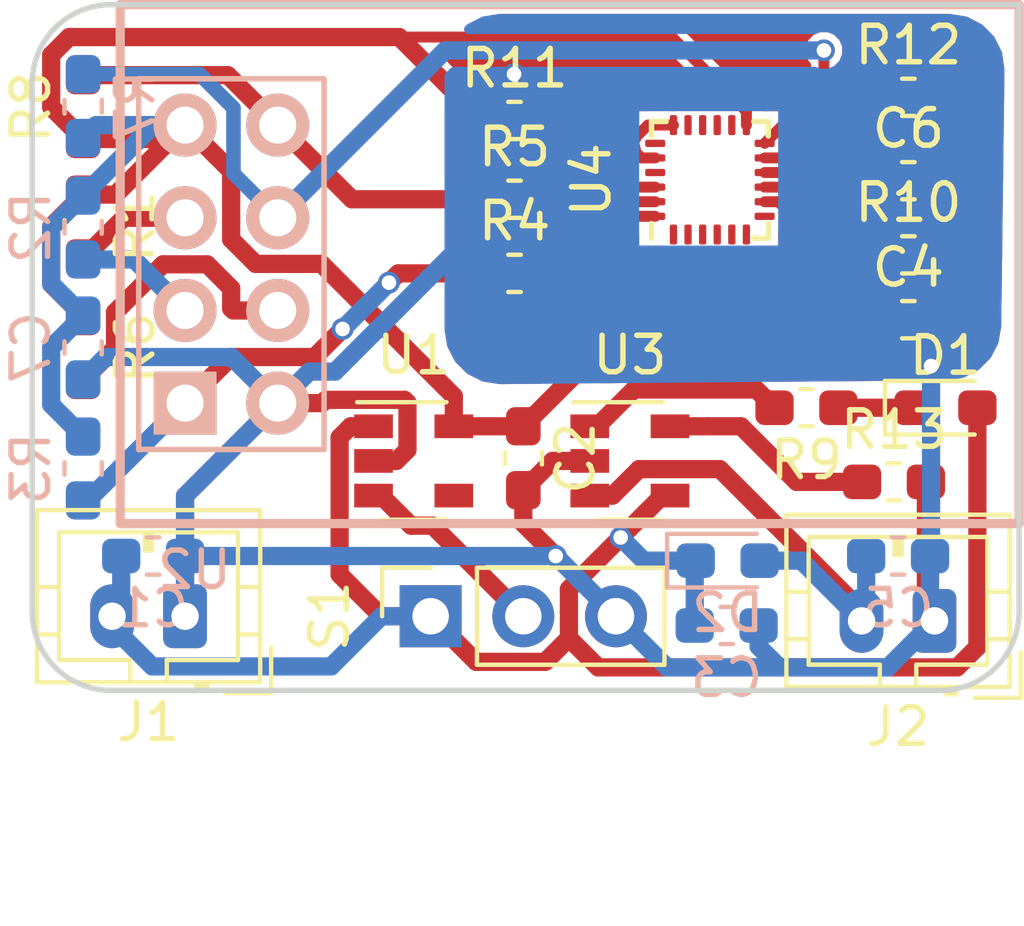
<source format=kicad_pcb>
(kicad_pcb (version 20171130) (host pcbnew "(5.0.1-3-g963ef8bb5)")

  (general
    (thickness 1.6)
    (drawings 7)
    (tracks 208)
    (zones 0)
    (modules 29)
    (nets 25)
  )

  (page A4)
  (layers
    (0 F.Cu signal)
    (31 B.Cu signal)
    (32 B.Adhes user)
    (33 F.Adhes user)
    (34 B.Paste user)
    (35 F.Paste user)
    (36 B.SilkS user)
    (37 F.SilkS user)
    (38 B.Mask user)
    (39 F.Mask user)
    (40 Dwgs.User user)
    (41 Cmts.User user)
    (42 Eco1.User user)
    (43 Eco2.User user)
    (44 Edge.Cuts user)
    (45 Margin user)
    (46 B.CrtYd user)
    (47 F.CrtYd user)
    (48 B.Fab user)
    (49 F.Fab user)
  )

  (setup
    (last_trace_width 0.3)
    (user_trace_width 0.25)
    (user_trace_width 0.3)
    (user_trace_width 0.4)
    (user_trace_width 0.5)
    (trace_clearance 0.1)
    (zone_clearance 0.2)
    (zone_45_only yes)
    (trace_min 0.2)
    (segment_width 0.2)
    (edge_width 0.15)
    (via_size 0.6)
    (via_drill 0.4)
    (via_min_size 0.4)
    (via_min_drill 0.3)
    (uvia_size 0.3)
    (uvia_drill 0.1)
    (uvias_allowed no)
    (uvia_min_size 0.2)
    (uvia_min_drill 0.1)
    (pcb_text_width 0.3)
    (pcb_text_size 1.5 1.5)
    (mod_edge_width 0.15)
    (mod_text_size 1 1)
    (mod_text_width 0.15)
    (pad_size 1.06 0.65)
    (pad_drill 0)
    (pad_to_mask_clearance 0.051)
    (solder_mask_min_width 0.25)
    (aux_axis_origin 0 0)
    (visible_elements FFFFFF7F)
    (pcbplotparams
      (layerselection 0x010fc_ffffffff)
      (usegerberextensions false)
      (usegerberattributes false)
      (usegerberadvancedattributes false)
      (creategerberjobfile false)
      (excludeedgelayer true)
      (linewidth 0.100000)
      (plotframeref false)
      (viasonmask false)
      (mode 1)
      (useauxorigin false)
      (hpglpennumber 1)
      (hpglpenspeed 20)
      (hpglpendiameter 15.000000)
      (psnegative false)
      (psa4output false)
      (plotreference true)
      (plotvalue true)
      (plotinvisibletext false)
      (padsonsilk false)
      (subtractmaskfromsilk false)
      (outputformat 1)
      (mirror false)
      (drillshape 0)
      (scaleselection 1)
      (outputdirectory "../../../../../Users/zhaoyuhui/Desktop/esp8266_mpu9250/"))
  )

  (net 0 "")
  (net 1 GND)
  (net 2 VIN)
  (net 3 +3V3)
  (net 4 "Net-(C5-Pad1)")
  (net 5 "Net-(C6-Pad1)")
  (net 6 "Net-(D1-Pad1)")
  (net 7 "Net-(R1-Pad2)")
  (net 8 "Net-(R2-Pad2)")
  (net 9 "Net-(R3-Pad2)")
  (net 10 SDA)
  (net 11 "Net-(R5-Pad1)")
  (net 12 SCL)
  (net 13 "Net-(R6-Pad2)")
  (net 14 INT)
  (net 15 "Net-(R9-Pad2)")
  (net 16 "Net-(R10-Pad1)")
  (net 17 "Net-(R11-Pad2)")
  (net 18 "Net-(R12-Pad1)")
  (net 19 "Net-(R13-Pad1)")
  (net 20 "Net-(U1-Pad4)")
  (net 21 "Net-(S1-Pad2)")
  (net 22 "Net-(U4-Pad1)")
  (net 23 "Net-(U4-Pad7)")
  (net 24 "Net-(U4-Pad21)")

  (net_class Default "This is the default net class."
    (clearance 0.1)
    (trace_width 0.25)
    (via_dia 0.6)
    (via_drill 0.4)
    (uvia_dia 0.3)
    (uvia_drill 0.1)
    (add_net +3V3)
    (add_net GND)
    (add_net INT)
    (add_net "Net-(C5-Pad1)")
    (add_net "Net-(C6-Pad1)")
    (add_net "Net-(D1-Pad1)")
    (add_net "Net-(R1-Pad2)")
    (add_net "Net-(R10-Pad1)")
    (add_net "Net-(R11-Pad2)")
    (add_net "Net-(R12-Pad1)")
    (add_net "Net-(R13-Pad1)")
    (add_net "Net-(R2-Pad2)")
    (add_net "Net-(R3-Pad2)")
    (add_net "Net-(R5-Pad1)")
    (add_net "Net-(R6-Pad2)")
    (add_net "Net-(R9-Pad2)")
    (add_net "Net-(S1-Pad2)")
    (add_net "Net-(U1-Pad4)")
    (add_net "Net-(U4-Pad1)")
    (add_net "Net-(U4-Pad21)")
    (add_net "Net-(U4-Pad7)")
    (add_net SCL)
    (add_net SDA)
    (add_net VIN)
  )

  (net_class Power ""
    (clearance 0.2)
    (trace_width 0.5)
    (via_dia 0.6)
    (via_drill 0.4)
    (uvia_dia 0.3)
    (uvia_drill 0.1)
  )

  (module ESP8266:ESP-01 (layer B.Cu) (tedit 577EF889) (tstamp 5C1ED1C6)
    (at 88.9 66.548)
    (descr "Module, ESP-8266, ESP-01, 8 pin")
    (tags "Module ESP-8266 ESP8266")
    (path /5C06026C)
    (fp_text reference U2 (at 0.254 4.572) (layer B.SilkS)
      (effects (font (size 1 1) (thickness 0.15)) (justify mirror))
    )
    (fp_text value ESP-01v090 (at 12.192 -3.556) (layer B.Fab)
      (effects (font (size 1 1) (thickness 0.15)) (justify mirror))
    )
    (fp_line (start -1.778 3.302) (end 22.86 3.302) (layer B.SilkS) (width 0.254))
    (fp_line (start 22.86 3.302) (end 22.86 -10.922) (layer B.SilkS) (width 0.254))
    (fp_line (start 22.86 -10.922) (end -1.778 -10.922) (layer B.SilkS) (width 0.254))
    (fp_line (start -1.778 -10.922) (end -1.778 3.302) (layer B.SilkS) (width 0.254))
    (fp_line (start -1.778 3.302) (end 22.86 3.302) (layer B.Fab) (width 0.05))
    (fp_line (start 22.86 3.302) (end 22.86 -10.922) (layer B.Fab) (width 0.05))
    (fp_line (start 22.86 -10.922) (end -1.778 -10.922) (layer B.Fab) (width 0.05))
    (fp_line (start -1.778 -10.922) (end -1.778 3.302) (layer B.Fab) (width 0.05))
    (fp_line (start 1.27 1.27) (end -1.27 1.27) (layer B.SilkS) (width 0.1524))
    (fp_line (start -1.27 1.27) (end -1.27 -1.27) (layer B.SilkS) (width 0.1524))
    (fp_line (start -1.75 1.75) (end -1.75 -9.4) (layer B.CrtYd) (width 0.05))
    (fp_line (start 4.3 1.75) (end 4.3 -9.4) (layer B.CrtYd) (width 0.05))
    (fp_line (start -1.75 1.75) (end 4.3 1.75) (layer B.CrtYd) (width 0.05))
    (fp_line (start -1.75 -9.4) (end 4.3 -9.4) (layer B.CrtYd) (width 0.05))
    (fp_line (start -1.27 -1.27) (end -1.27 -8.89) (layer B.SilkS) (width 0.1524))
    (fp_line (start -1.27 -8.89) (end 3.81 -8.89) (layer B.SilkS) (width 0.1524))
    (fp_line (start 3.81 -8.89) (end 3.81 1.27) (layer B.SilkS) (width 0.1524))
    (fp_line (start 3.81 1.27) (end 1.27 1.27) (layer B.SilkS) (width 0.1524))
    (pad 1 thru_hole rect (at 0 0) (size 1.7272 1.7272) (drill 1.016) (layers *.Cu *.Mask B.SilkS)
      (net 9 "Net-(R3-Pad2)"))
    (pad 2 thru_hole oval (at 2.54 0) (size 1.7272 1.7272) (drill 1.016) (layers *.Cu *.Mask B.SilkS)
      (net 1 GND))
    (pad 3 thru_hole oval (at 0 -2.54) (size 1.7272 1.7272) (drill 1.016) (layers *.Cu *.Mask B.SilkS)
      (net 8 "Net-(R2-Pad2)"))
    (pad 4 thru_hole oval (at 2.54 -2.54) (size 1.7272 1.7272) (drill 1.016) (layers *.Cu *.Mask B.SilkS)
      (net 13 "Net-(R6-Pad2)"))
    (pad 5 thru_hole oval (at 0 -5.08) (size 1.7272 1.7272) (drill 1.016) (layers *.Cu *.Mask B.SilkS)
      (net 7 "Net-(R1-Pad2)"))
    (pad 6 thru_hole oval (at 2.54 -5.08) (size 1.7272 1.7272) (drill 1.016) (layers *.Cu *.Mask B.SilkS)
      (net 14 INT))
    (pad 7 thru_hole oval (at 0 -7.62) (size 1.7272 1.7272) (drill 1.016) (layers *.Cu *.Mask B.SilkS)
      (net 3 +3V3))
    (pad 8 thru_hole oval (at 2.54 -7.62) (size 1.7272 1.7272) (drill 1.016) (layers *.Cu *.Mask B.SilkS)
      (net 11 "Net-(R5-Pad1)"))
  )

  (module Capacitor_SMD:C_0603_1608Metric_Pad1.05x0.95mm_HandSolder (layer B.Cu) (tedit 5B301BBE) (tstamp 5C1ECFBF)
    (at 88.025 70.739)
    (descr "Capacitor SMD 0603 (1608 Metric), square (rectangular) end terminal, IPC_7351 nominal with elongated pad for handsoldering. (Body size source: http://www.tortai-tech.com/upload/download/2011102023233369053.pdf), generated with kicad-footprint-generator")
    (tags "capacitor handsolder")
    (path /5C060A73)
    (attr smd)
    (fp_text reference C1 (at 0 1.43) (layer B.SilkS)
      (effects (font (size 1 1) (thickness 0.15)) (justify mirror))
    )
    (fp_text value 1.0uF (at 0 -1.43) (layer B.Fab)
      (effects (font (size 1 1) (thickness 0.15)) (justify mirror))
    )
    (fp_line (start -0.8 -0.4) (end -0.8 0.4) (layer B.Fab) (width 0.1))
    (fp_line (start -0.8 0.4) (end 0.8 0.4) (layer B.Fab) (width 0.1))
    (fp_line (start 0.8 0.4) (end 0.8 -0.4) (layer B.Fab) (width 0.1))
    (fp_line (start 0.8 -0.4) (end -0.8 -0.4) (layer B.Fab) (width 0.1))
    (fp_line (start -0.171267 0.51) (end 0.171267 0.51) (layer B.SilkS) (width 0.12))
    (fp_line (start -0.171267 -0.51) (end 0.171267 -0.51) (layer B.SilkS) (width 0.12))
    (fp_line (start -1.65 -0.73) (end -1.65 0.73) (layer B.CrtYd) (width 0.05))
    (fp_line (start -1.65 0.73) (end 1.65 0.73) (layer B.CrtYd) (width 0.05))
    (fp_line (start 1.65 0.73) (end 1.65 -0.73) (layer B.CrtYd) (width 0.05))
    (fp_line (start 1.65 -0.73) (end -1.65 -0.73) (layer B.CrtYd) (width 0.05))
    (fp_text user %R (at 0 0) (layer B.Fab)
      (effects (font (size 0.4 0.4) (thickness 0.06)) (justify mirror))
    )
    (pad 1 smd roundrect (at -0.875 0) (size 1.05 0.95) (layers B.Cu B.Paste B.Mask) (roundrect_rratio 0.25)
      (net 2 VIN))
    (pad 2 smd roundrect (at 0.875 0) (size 1.05 0.95) (layers B.Cu B.Paste B.Mask) (roundrect_rratio 0.25)
      (net 1 GND))
    (model ${KISYS3DMOD}/Capacitor_SMD.3dshapes/C_0603_1608Metric.wrl
      (at (xyz 0 0 0))
      (scale (xyz 1 1 1))
      (rotate (xyz 0 0 0))
    )
  )

  (module Capacitor_SMD:C_0603_1608Metric_Pad1.05x0.95mm_HandSolder (layer F.Cu) (tedit 5B301BBE) (tstamp 5C1ECFD0)
    (at 98.171 68.058 270)
    (descr "Capacitor SMD 0603 (1608 Metric), square (rectangular) end terminal, IPC_7351 nominal with elongated pad for handsoldering. (Body size source: http://www.tortai-tech.com/upload/download/2011102023233369053.pdf), generated with kicad-footprint-generator")
    (tags "capacitor handsolder")
    (path /5C078E40)
    (attr smd)
    (fp_text reference C2 (at 0 -1.43 270) (layer F.SilkS)
      (effects (font (size 1 1) (thickness 0.15)))
    )
    (fp_text value 2.2uF (at 0 1.43 270) (layer F.Fab)
      (effects (font (size 1 1) (thickness 0.15)))
    )
    (fp_text user %R (at 0 0 270) (layer F.Fab)
      (effects (font (size 0.4 0.4) (thickness 0.06)))
    )
    (fp_line (start 1.65 0.73) (end -1.65 0.73) (layer F.CrtYd) (width 0.05))
    (fp_line (start 1.65 -0.73) (end 1.65 0.73) (layer F.CrtYd) (width 0.05))
    (fp_line (start -1.65 -0.73) (end 1.65 -0.73) (layer F.CrtYd) (width 0.05))
    (fp_line (start -1.65 0.73) (end -1.65 -0.73) (layer F.CrtYd) (width 0.05))
    (fp_line (start -0.171267 0.51) (end 0.171267 0.51) (layer F.SilkS) (width 0.12))
    (fp_line (start -0.171267 -0.51) (end 0.171267 -0.51) (layer F.SilkS) (width 0.12))
    (fp_line (start 0.8 0.4) (end -0.8 0.4) (layer F.Fab) (width 0.1))
    (fp_line (start 0.8 -0.4) (end 0.8 0.4) (layer F.Fab) (width 0.1))
    (fp_line (start -0.8 -0.4) (end 0.8 -0.4) (layer F.Fab) (width 0.1))
    (fp_line (start -0.8 0.4) (end -0.8 -0.4) (layer F.Fab) (width 0.1))
    (pad 2 smd roundrect (at 0.875 0 270) (size 1.05 0.95) (layers F.Cu F.Paste F.Mask) (roundrect_rratio 0.25)
      (net 1 GND))
    (pad 1 smd roundrect (at -0.875 0 270) (size 1.05 0.95) (layers F.Cu F.Paste F.Mask) (roundrect_rratio 0.25)
      (net 3 +3V3))
    (model ${KISYS3DMOD}/Capacitor_SMD.3dshapes/C_0603_1608Metric.wrl
      (at (xyz 0 0 0))
      (scale (xyz 1 1 1))
      (rotate (xyz 0 0 0))
    )
  )

  (module Capacitor_SMD:C_0603_1608Metric_Pad1.05x0.95mm_HandSolder (layer B.Cu) (tedit 5B301BBE) (tstamp 5C1ECFE1)
    (at 103.745 72.644)
    (descr "Capacitor SMD 0603 (1608 Metric), square (rectangular) end terminal, IPC_7351 nominal with elongated pad for handsoldering. (Body size source: http://www.tortai-tech.com/upload/download/2011102023233369053.pdf), generated with kicad-footprint-generator")
    (tags "capacitor handsolder")
    (path /5C07B673)
    (attr smd)
    (fp_text reference C3 (at 0 1.43) (layer B.SilkS)
      (effects (font (size 1 1) (thickness 0.15)) (justify mirror))
    )
    (fp_text value 4.7uF (at 0 -1.43) (layer B.Fab)
      (effects (font (size 1 1) (thickness 0.15)) (justify mirror))
    )
    (fp_line (start -0.8 -0.4) (end -0.8 0.4) (layer B.Fab) (width 0.1))
    (fp_line (start -0.8 0.4) (end 0.8 0.4) (layer B.Fab) (width 0.1))
    (fp_line (start 0.8 0.4) (end 0.8 -0.4) (layer B.Fab) (width 0.1))
    (fp_line (start 0.8 -0.4) (end -0.8 -0.4) (layer B.Fab) (width 0.1))
    (fp_line (start -0.171267 0.51) (end 0.171267 0.51) (layer B.SilkS) (width 0.12))
    (fp_line (start -0.171267 -0.51) (end 0.171267 -0.51) (layer B.SilkS) (width 0.12))
    (fp_line (start -1.65 -0.73) (end -1.65 0.73) (layer B.CrtYd) (width 0.05))
    (fp_line (start -1.65 0.73) (end 1.65 0.73) (layer B.CrtYd) (width 0.05))
    (fp_line (start 1.65 0.73) (end 1.65 -0.73) (layer B.CrtYd) (width 0.05))
    (fp_line (start 1.65 -0.73) (end -1.65 -0.73) (layer B.CrtYd) (width 0.05))
    (fp_text user %R (at 0 0) (layer B.Fab)
      (effects (font (size 0.4 0.4) (thickness 0.06)) (justify mirror))
    )
    (pad 1 smd roundrect (at -0.875 0) (size 1.05 0.95) (layers B.Cu B.Paste B.Mask) (roundrect_rratio 0.25)
      (net 2 VIN))
    (pad 2 smd roundrect (at 0.875 0) (size 1.05 0.95) (layers B.Cu B.Paste B.Mask) (roundrect_rratio 0.25)
      (net 1 GND))
    (model ${KISYS3DMOD}/Capacitor_SMD.3dshapes/C_0603_1608Metric.wrl
      (at (xyz 0 0 0))
      (scale (xyz 1 1 1))
      (rotate (xyz 0 0 0))
    )
  )

  (module Capacitor_SMD:C_0603_1608Metric_Pad1.05x0.95mm_HandSolder (layer F.Cu) (tedit 5B301BBE) (tstamp 5C1ECFF2)
    (at 108.726 64.262)
    (descr "Capacitor SMD 0603 (1608 Metric), square (rectangular) end terminal, IPC_7351 nominal with elongated pad for handsoldering. (Body size source: http://www.tortai-tech.com/upload/download/2011102023233369053.pdf), generated with kicad-footprint-generator")
    (tags "capacitor handsolder")
    (path /5C10F786)
    (attr smd)
    (fp_text reference C4 (at 0 -1.43) (layer F.SilkS)
      (effects (font (size 1 1) (thickness 0.15)))
    )
    (fp_text value 0.1uF (at 0 1.43) (layer F.Fab)
      (effects (font (size 1 1) (thickness 0.15)))
    )
    (fp_line (start -0.8 0.4) (end -0.8 -0.4) (layer F.Fab) (width 0.1))
    (fp_line (start -0.8 -0.4) (end 0.8 -0.4) (layer F.Fab) (width 0.1))
    (fp_line (start 0.8 -0.4) (end 0.8 0.4) (layer F.Fab) (width 0.1))
    (fp_line (start 0.8 0.4) (end -0.8 0.4) (layer F.Fab) (width 0.1))
    (fp_line (start -0.171267 -0.51) (end 0.171267 -0.51) (layer F.SilkS) (width 0.12))
    (fp_line (start -0.171267 0.51) (end 0.171267 0.51) (layer F.SilkS) (width 0.12))
    (fp_line (start -1.65 0.73) (end -1.65 -0.73) (layer F.CrtYd) (width 0.05))
    (fp_line (start -1.65 -0.73) (end 1.65 -0.73) (layer F.CrtYd) (width 0.05))
    (fp_line (start 1.65 -0.73) (end 1.65 0.73) (layer F.CrtYd) (width 0.05))
    (fp_line (start 1.65 0.73) (end -1.65 0.73) (layer F.CrtYd) (width 0.05))
    (fp_text user %R (at 0 0) (layer F.Fab)
      (effects (font (size 0.4 0.4) (thickness 0.06)))
    )
    (pad 1 smd roundrect (at -0.875 0) (size 1.05 0.95) (layers F.Cu F.Paste F.Mask) (roundrect_rratio 0.25)
      (net 3 +3V3))
    (pad 2 smd roundrect (at 0.875 0) (size 1.05 0.95) (layers F.Cu F.Paste F.Mask) (roundrect_rratio 0.25)
      (net 1 GND))
    (model ${KISYS3DMOD}/Capacitor_SMD.3dshapes/C_0603_1608Metric.wrl
      (at (xyz 0 0 0))
      (scale (xyz 1 1 1))
      (rotate (xyz 0 0 0))
    )
  )

  (module Capacitor_SMD:C_0603_1608Metric_Pad1.05x0.95mm_HandSolder (layer B.Cu) (tedit 5B301BBE) (tstamp 5C1ED003)
    (at 108.444 70.739)
    (descr "Capacitor SMD 0603 (1608 Metric), square (rectangular) end terminal, IPC_7351 nominal with elongated pad for handsoldering. (Body size source: http://www.tortai-tech.com/upload/download/2011102023233369053.pdf), generated with kicad-footprint-generator")
    (tags "capacitor handsolder")
    (path /5C07DB62)
    (attr smd)
    (fp_text reference C5 (at 0 1.43) (layer B.SilkS)
      (effects (font (size 1 1) (thickness 0.15)) (justify mirror))
    )
    (fp_text value 4.7uF (at 0 -1.43) (layer B.Fab)
      (effects (font (size 1 1) (thickness 0.15)) (justify mirror))
    )
    (fp_text user %R (at 0 0) (layer B.Fab)
      (effects (font (size 0.4 0.4) (thickness 0.06)) (justify mirror))
    )
    (fp_line (start 1.65 -0.73) (end -1.65 -0.73) (layer B.CrtYd) (width 0.05))
    (fp_line (start 1.65 0.73) (end 1.65 -0.73) (layer B.CrtYd) (width 0.05))
    (fp_line (start -1.65 0.73) (end 1.65 0.73) (layer B.CrtYd) (width 0.05))
    (fp_line (start -1.65 -0.73) (end -1.65 0.73) (layer B.CrtYd) (width 0.05))
    (fp_line (start -0.171267 -0.51) (end 0.171267 -0.51) (layer B.SilkS) (width 0.12))
    (fp_line (start -0.171267 0.51) (end 0.171267 0.51) (layer B.SilkS) (width 0.12))
    (fp_line (start 0.8 -0.4) (end -0.8 -0.4) (layer B.Fab) (width 0.1))
    (fp_line (start 0.8 0.4) (end 0.8 -0.4) (layer B.Fab) (width 0.1))
    (fp_line (start -0.8 0.4) (end 0.8 0.4) (layer B.Fab) (width 0.1))
    (fp_line (start -0.8 -0.4) (end -0.8 0.4) (layer B.Fab) (width 0.1))
    (pad 2 smd roundrect (at 0.875 0) (size 1.05 0.95) (layers B.Cu B.Paste B.Mask) (roundrect_rratio 0.25)
      (net 1 GND))
    (pad 1 smd roundrect (at -0.875 0) (size 1.05 0.95) (layers B.Cu B.Paste B.Mask) (roundrect_rratio 0.25)
      (net 4 "Net-(C5-Pad1)"))
    (model ${KISYS3DMOD}/Capacitor_SMD.3dshapes/C_0603_1608Metric.wrl
      (at (xyz 0 0 0))
      (scale (xyz 1 1 1))
      (rotate (xyz 0 0 0))
    )
  )

  (module Capacitor_SMD:C_0603_1608Metric_Pad1.05x0.95mm_HandSolder (layer F.Cu) (tedit 5B301BBE) (tstamp 5C1ED014)
    (at 108.726 60.452)
    (descr "Capacitor SMD 0603 (1608 Metric), square (rectangular) end terminal, IPC_7351 nominal with elongated pad for handsoldering. (Body size source: http://www.tortai-tech.com/upload/download/2011102023233369053.pdf), generated with kicad-footprint-generator")
    (tags "capacitor handsolder")
    (path /5C11BB54)
    (attr smd)
    (fp_text reference C6 (at 0 -1.43) (layer F.SilkS)
      (effects (font (size 1 1) (thickness 0.15)))
    )
    (fp_text value 0.1uF (at 0 1.43) (layer F.Fab)
      (effects (font (size 1 1) (thickness 0.15)))
    )
    (fp_text user %R (at 0 0) (layer F.Fab)
      (effects (font (size 0.4 0.4) (thickness 0.06)))
    )
    (fp_line (start 1.65 0.73) (end -1.65 0.73) (layer F.CrtYd) (width 0.05))
    (fp_line (start 1.65 -0.73) (end 1.65 0.73) (layer F.CrtYd) (width 0.05))
    (fp_line (start -1.65 -0.73) (end 1.65 -0.73) (layer F.CrtYd) (width 0.05))
    (fp_line (start -1.65 0.73) (end -1.65 -0.73) (layer F.CrtYd) (width 0.05))
    (fp_line (start -0.171267 0.51) (end 0.171267 0.51) (layer F.SilkS) (width 0.12))
    (fp_line (start -0.171267 -0.51) (end 0.171267 -0.51) (layer F.SilkS) (width 0.12))
    (fp_line (start 0.8 0.4) (end -0.8 0.4) (layer F.Fab) (width 0.1))
    (fp_line (start 0.8 -0.4) (end 0.8 0.4) (layer F.Fab) (width 0.1))
    (fp_line (start -0.8 -0.4) (end 0.8 -0.4) (layer F.Fab) (width 0.1))
    (fp_line (start -0.8 0.4) (end -0.8 -0.4) (layer F.Fab) (width 0.1))
    (pad 2 smd roundrect (at 0.875 0) (size 1.05 0.95) (layers F.Cu F.Paste F.Mask) (roundrect_rratio 0.25)
      (net 1 GND))
    (pad 1 smd roundrect (at -0.875 0) (size 1.05 0.95) (layers F.Cu F.Paste F.Mask) (roundrect_rratio 0.25)
      (net 5 "Net-(C6-Pad1)"))
    (model ${KISYS3DMOD}/Capacitor_SMD.3dshapes/C_0603_1608Metric.wrl
      (at (xyz 0 0 0))
      (scale (xyz 1 1 1))
      (rotate (xyz 0 0 0))
    )
  )

  (module Capacitor_SMD:C_0603_1608Metric_Pad1.05x0.95mm_HandSolder (layer B.Cu) (tedit 5B301BBE) (tstamp 5C1ED025)
    (at 86.106 65.024 270)
    (descr "Capacitor SMD 0603 (1608 Metric), square (rectangular) end terminal, IPC_7351 nominal with elongated pad for handsoldering. (Body size source: http://www.tortai-tech.com/upload/download/2011102023233369053.pdf), generated with kicad-footprint-generator")
    (tags "capacitor handsolder")
    (path /5C1CC9B0)
    (attr smd)
    (fp_text reference C7 (at 0 1.43 270) (layer B.SilkS)
      (effects (font (size 1 1) (thickness 0.15)) (justify mirror))
    )
    (fp_text value 47uF (at 0 -1.43 270) (layer B.Fab)
      (effects (font (size 1 1) (thickness 0.15)) (justify mirror))
    )
    (fp_line (start -0.8 -0.4) (end -0.8 0.4) (layer B.Fab) (width 0.1))
    (fp_line (start -0.8 0.4) (end 0.8 0.4) (layer B.Fab) (width 0.1))
    (fp_line (start 0.8 0.4) (end 0.8 -0.4) (layer B.Fab) (width 0.1))
    (fp_line (start 0.8 -0.4) (end -0.8 -0.4) (layer B.Fab) (width 0.1))
    (fp_line (start -0.171267 0.51) (end 0.171267 0.51) (layer B.SilkS) (width 0.12))
    (fp_line (start -0.171267 -0.51) (end 0.171267 -0.51) (layer B.SilkS) (width 0.12))
    (fp_line (start -1.65 -0.73) (end -1.65 0.73) (layer B.CrtYd) (width 0.05))
    (fp_line (start -1.65 0.73) (end 1.65 0.73) (layer B.CrtYd) (width 0.05))
    (fp_line (start 1.65 0.73) (end 1.65 -0.73) (layer B.CrtYd) (width 0.05))
    (fp_line (start 1.65 -0.73) (end -1.65 -0.73) (layer B.CrtYd) (width 0.05))
    (fp_text user %R (at 0 0 270) (layer B.Fab)
      (effects (font (size 0.4 0.4) (thickness 0.06)) (justify mirror))
    )
    (pad 1 smd roundrect (at -0.875 0 270) (size 1.05 0.95) (layers B.Cu B.Paste B.Mask) (roundrect_rratio 0.25)
      (net 3 +3V3))
    (pad 2 smd roundrect (at 0.875 0 270) (size 1.05 0.95) (layers B.Cu B.Paste B.Mask) (roundrect_rratio 0.25)
      (net 1 GND))
    (model ${KISYS3DMOD}/Capacitor_SMD.3dshapes/C_0603_1608Metric.wrl
      (at (xyz 0 0 0))
      (scale (xyz 1 1 1))
      (rotate (xyz 0 0 0))
    )
  )

  (module LED_SMD:LED_0603_1608Metric_Pad1.05x0.95mm_HandSolder (layer F.Cu) (tedit 5B4B45C9) (tstamp 5C1ED038)
    (at 109.742 66.675)
    (descr "LED SMD 0603 (1608 Metric), square (rectangular) end terminal, IPC_7351 nominal, (Body size source: http://www.tortai-tech.com/upload/download/2011102023233369053.pdf), generated with kicad-footprint-generator")
    (tags "LED handsolder")
    (path /5C081197)
    (attr smd)
    (fp_text reference D1 (at 0 -1.43) (layer F.SilkS)
      (effects (font (size 1 1) (thickness 0.15)))
    )
    (fp_text value LED (at 0 1.43) (layer F.Fab)
      (effects (font (size 1 1) (thickness 0.15)))
    )
    (fp_line (start 0.8 -0.4) (end -0.5 -0.4) (layer F.Fab) (width 0.1))
    (fp_line (start -0.5 -0.4) (end -0.8 -0.1) (layer F.Fab) (width 0.1))
    (fp_line (start -0.8 -0.1) (end -0.8 0.4) (layer F.Fab) (width 0.1))
    (fp_line (start -0.8 0.4) (end 0.8 0.4) (layer F.Fab) (width 0.1))
    (fp_line (start 0.8 0.4) (end 0.8 -0.4) (layer F.Fab) (width 0.1))
    (fp_line (start 0.8 -0.735) (end -1.66 -0.735) (layer F.SilkS) (width 0.12))
    (fp_line (start -1.66 -0.735) (end -1.66 0.735) (layer F.SilkS) (width 0.12))
    (fp_line (start -1.66 0.735) (end 0.8 0.735) (layer F.SilkS) (width 0.12))
    (fp_line (start -1.65 0.73) (end -1.65 -0.73) (layer F.CrtYd) (width 0.05))
    (fp_line (start -1.65 -0.73) (end 1.65 -0.73) (layer F.CrtYd) (width 0.05))
    (fp_line (start 1.65 -0.73) (end 1.65 0.73) (layer F.CrtYd) (width 0.05))
    (fp_line (start 1.65 0.73) (end -1.65 0.73) (layer F.CrtYd) (width 0.05))
    (fp_text user %R (at 0 0) (layer F.Fab)
      (effects (font (size 0.4 0.4) (thickness 0.06)))
    )
    (pad 1 smd roundrect (at -0.875 0) (size 1.05 0.95) (layers F.Cu F.Paste F.Mask) (roundrect_rratio 0.25)
      (net 6 "Net-(D1-Pad1)"))
    (pad 2 smd roundrect (at 0.875 0) (size 1.05 0.95) (layers F.Cu F.Paste F.Mask) (roundrect_rratio 0.25)
      (net 2 VIN))
    (model ${KISYS3DMOD}/LED_SMD.3dshapes/LED_0603_1608Metric.wrl
      (at (xyz 0 0 0))
      (scale (xyz 1 1 1))
      (rotate (xyz 0 0 0))
    )
  )

  (module Diode_SMD:D_0603_1608Metric_Pad1.05x0.95mm_HandSolder (layer B.Cu) (tedit 5B4B45C8) (tstamp 5C1ED04B)
    (at 103.773 70.866)
    (descr "Diode SMD 0603 (1608 Metric), square (rectangular) end terminal, IPC_7351 nominal, (Body size source: http://www.tortai-tech.com/upload/download/2011102023233369053.pdf), generated with kicad-footprint-generator")
    (tags "diode handsolder")
    (path /5C07AAB4)
    (attr smd)
    (fp_text reference D2 (at 0 1.43) (layer B.SilkS)
      (effects (font (size 1 1) (thickness 0.15)) (justify mirror))
    )
    (fp_text value 1A/23V/620mV (at 0 -1.43) (layer B.Fab)
      (effects (font (size 1 1) (thickness 0.15)) (justify mirror))
    )
    (fp_line (start 0.8 0.4) (end -0.5 0.4) (layer B.Fab) (width 0.1))
    (fp_line (start -0.5 0.4) (end -0.8 0.1) (layer B.Fab) (width 0.1))
    (fp_line (start -0.8 0.1) (end -0.8 -0.4) (layer B.Fab) (width 0.1))
    (fp_line (start -0.8 -0.4) (end 0.8 -0.4) (layer B.Fab) (width 0.1))
    (fp_line (start 0.8 -0.4) (end 0.8 0.4) (layer B.Fab) (width 0.1))
    (fp_line (start 0.8 0.735) (end -1.66 0.735) (layer B.SilkS) (width 0.12))
    (fp_line (start -1.66 0.735) (end -1.66 -0.735) (layer B.SilkS) (width 0.12))
    (fp_line (start -1.66 -0.735) (end 0.8 -0.735) (layer B.SilkS) (width 0.12))
    (fp_line (start -1.65 -0.73) (end -1.65 0.73) (layer B.CrtYd) (width 0.05))
    (fp_line (start -1.65 0.73) (end 1.65 0.73) (layer B.CrtYd) (width 0.05))
    (fp_line (start 1.65 0.73) (end 1.65 -0.73) (layer B.CrtYd) (width 0.05))
    (fp_line (start 1.65 -0.73) (end -1.65 -0.73) (layer B.CrtYd) (width 0.05))
    (fp_text user %R (at 0 0) (layer B.Fab)
      (effects (font (size 0.4 0.4) (thickness 0.06)) (justify mirror))
    )
    (pad 1 smd roundrect (at -0.875 0) (size 1.05 0.95) (layers B.Cu B.Paste B.Mask) (roundrect_rratio 0.25)
      (net 2 VIN))
    (pad 2 smd roundrect (at 0.875 0) (size 1.05 0.95) (layers B.Cu B.Paste B.Mask) (roundrect_rratio 0.25)
      (net 4 "Net-(C5-Pad1)"))
    (model ${KISYS3DMOD}/Diode_SMD.3dshapes/D_0603_1608Metric.wrl
      (at (xyz 0 0 0))
      (scale (xyz 1 1 1))
      (rotate (xyz 0 0 0))
    )
  )

  (module Connector_JST:JST_PH_B2B-PH-K_1x02_P2.00mm_Vertical (layer F.Cu) (tedit 5B7745C2) (tstamp 5C1ED075)
    (at 88.9 72.39 180)
    (descr "JST PH series connector, B2B-PH-K (http://www.jst-mfg.com/product/pdf/eng/ePH.pdf), generated with kicad-footprint-generator")
    (tags "connector JST PH side entry")
    (path /5C086814)
    (fp_text reference J1 (at 1 -2.9 180) (layer F.SilkS)
      (effects (font (size 1 1) (thickness 0.15)))
    )
    (fp_text value Lipo (at 1 4 180) (layer F.Fab)
      (effects (font (size 1 1) (thickness 0.15)))
    )
    (fp_text user %R (at 1 1.5 180) (layer F.Fab)
      (effects (font (size 1 1) (thickness 0.15)))
    )
    (fp_line (start 4.45 -2.2) (end -2.45 -2.2) (layer F.CrtYd) (width 0.05))
    (fp_line (start 4.45 3.3) (end 4.45 -2.2) (layer F.CrtYd) (width 0.05))
    (fp_line (start -2.45 3.3) (end 4.45 3.3) (layer F.CrtYd) (width 0.05))
    (fp_line (start -2.45 -2.2) (end -2.45 3.3) (layer F.CrtYd) (width 0.05))
    (fp_line (start 3.95 -1.7) (end -1.95 -1.7) (layer F.Fab) (width 0.1))
    (fp_line (start 3.95 2.8) (end 3.95 -1.7) (layer F.Fab) (width 0.1))
    (fp_line (start -1.95 2.8) (end 3.95 2.8) (layer F.Fab) (width 0.1))
    (fp_line (start -1.95 -1.7) (end -1.95 2.8) (layer F.Fab) (width 0.1))
    (fp_line (start -2.36 -2.11) (end -2.36 -0.86) (layer F.Fab) (width 0.1))
    (fp_line (start -1.11 -2.11) (end -2.36 -2.11) (layer F.Fab) (width 0.1))
    (fp_line (start -2.36 -2.11) (end -2.36 -0.86) (layer F.SilkS) (width 0.12))
    (fp_line (start -1.11 -2.11) (end -2.36 -2.11) (layer F.SilkS) (width 0.12))
    (fp_line (start 1 2.3) (end 1 1.8) (layer F.SilkS) (width 0.12))
    (fp_line (start 1.1 1.8) (end 1.1 2.3) (layer F.SilkS) (width 0.12))
    (fp_line (start 0.9 1.8) (end 1.1 1.8) (layer F.SilkS) (width 0.12))
    (fp_line (start 0.9 2.3) (end 0.9 1.8) (layer F.SilkS) (width 0.12))
    (fp_line (start 4.06 0.8) (end 3.45 0.8) (layer F.SilkS) (width 0.12))
    (fp_line (start 4.06 -0.5) (end 3.45 -0.5) (layer F.SilkS) (width 0.12))
    (fp_line (start -2.06 0.8) (end -1.45 0.8) (layer F.SilkS) (width 0.12))
    (fp_line (start -2.06 -0.5) (end -1.45 -0.5) (layer F.SilkS) (width 0.12))
    (fp_line (start 1.5 -1.2) (end 1.5 -1.81) (layer F.SilkS) (width 0.12))
    (fp_line (start 3.45 -1.2) (end 1.5 -1.2) (layer F.SilkS) (width 0.12))
    (fp_line (start 3.45 2.3) (end 3.45 -1.2) (layer F.SilkS) (width 0.12))
    (fp_line (start -1.45 2.3) (end 3.45 2.3) (layer F.SilkS) (width 0.12))
    (fp_line (start -1.45 -1.2) (end -1.45 2.3) (layer F.SilkS) (width 0.12))
    (fp_line (start 0.5 -1.2) (end -1.45 -1.2) (layer F.SilkS) (width 0.12))
    (fp_line (start 0.5 -1.81) (end 0.5 -1.2) (layer F.SilkS) (width 0.12))
    (fp_line (start -0.3 -1.91) (end -0.6 -1.91) (layer F.SilkS) (width 0.12))
    (fp_line (start -0.6 -2.01) (end -0.6 -1.81) (layer F.SilkS) (width 0.12))
    (fp_line (start -0.3 -2.01) (end -0.6 -2.01) (layer F.SilkS) (width 0.12))
    (fp_line (start -0.3 -1.81) (end -0.3 -2.01) (layer F.SilkS) (width 0.12))
    (fp_line (start 4.06 -1.81) (end -2.06 -1.81) (layer F.SilkS) (width 0.12))
    (fp_line (start 4.06 2.91) (end 4.06 -1.81) (layer F.SilkS) (width 0.12))
    (fp_line (start -2.06 2.91) (end 4.06 2.91) (layer F.SilkS) (width 0.12))
    (fp_line (start -2.06 -1.81) (end -2.06 2.91) (layer F.SilkS) (width 0.12))
    (pad 2 thru_hole oval (at 2 0 180) (size 1.2 1.75) (drill 0.75) (layers *.Cu *.Mask)
      (net 2 VIN))
    (pad 1 thru_hole roundrect (at 0 0 180) (size 1.2 1.75) (drill 0.75) (layers *.Cu *.Mask) (roundrect_rratio 0.208333)
      (net 1 GND))
    (model ${KISYS3DMOD}/Connector_JST.3dshapes/JST_PH_B2B-PH-K_1x02_P2.00mm_Vertical.wrl
      (at (xyz 0 0 0))
      (scale (xyz 1 1 1))
      (rotate (xyz 0 0 0))
    )
  )

  (module Connector_JST:JST_PH_B2B-PH-K_1x02_P2.00mm_Vertical (layer F.Cu) (tedit 5B7745C2) (tstamp 5C1ED09F)
    (at 109.442 72.517 180)
    (descr "JST PH series connector, B2B-PH-K (http://www.jst-mfg.com/product/pdf/eng/ePH.pdf), generated with kicad-footprint-generator")
    (tags "connector JST PH side entry")
    (path /5C07A6F6)
    (fp_text reference J2 (at 1 -2.9 180) (layer F.SilkS)
      (effects (font (size 1 1) (thickness 0.15)))
    )
    (fp_text value charging (at 1 4 180) (layer F.Fab)
      (effects (font (size 1 1) (thickness 0.15)))
    )
    (fp_line (start -2.06 -1.81) (end -2.06 2.91) (layer F.SilkS) (width 0.12))
    (fp_line (start -2.06 2.91) (end 4.06 2.91) (layer F.SilkS) (width 0.12))
    (fp_line (start 4.06 2.91) (end 4.06 -1.81) (layer F.SilkS) (width 0.12))
    (fp_line (start 4.06 -1.81) (end -2.06 -1.81) (layer F.SilkS) (width 0.12))
    (fp_line (start -0.3 -1.81) (end -0.3 -2.01) (layer F.SilkS) (width 0.12))
    (fp_line (start -0.3 -2.01) (end -0.6 -2.01) (layer F.SilkS) (width 0.12))
    (fp_line (start -0.6 -2.01) (end -0.6 -1.81) (layer F.SilkS) (width 0.12))
    (fp_line (start -0.3 -1.91) (end -0.6 -1.91) (layer F.SilkS) (width 0.12))
    (fp_line (start 0.5 -1.81) (end 0.5 -1.2) (layer F.SilkS) (width 0.12))
    (fp_line (start 0.5 -1.2) (end -1.45 -1.2) (layer F.SilkS) (width 0.12))
    (fp_line (start -1.45 -1.2) (end -1.45 2.3) (layer F.SilkS) (width 0.12))
    (fp_line (start -1.45 2.3) (end 3.45 2.3) (layer F.SilkS) (width 0.12))
    (fp_line (start 3.45 2.3) (end 3.45 -1.2) (layer F.SilkS) (width 0.12))
    (fp_line (start 3.45 -1.2) (end 1.5 -1.2) (layer F.SilkS) (width 0.12))
    (fp_line (start 1.5 -1.2) (end 1.5 -1.81) (layer F.SilkS) (width 0.12))
    (fp_line (start -2.06 -0.5) (end -1.45 -0.5) (layer F.SilkS) (width 0.12))
    (fp_line (start -2.06 0.8) (end -1.45 0.8) (layer F.SilkS) (width 0.12))
    (fp_line (start 4.06 -0.5) (end 3.45 -0.5) (layer F.SilkS) (width 0.12))
    (fp_line (start 4.06 0.8) (end 3.45 0.8) (layer F.SilkS) (width 0.12))
    (fp_line (start 0.9 2.3) (end 0.9 1.8) (layer F.SilkS) (width 0.12))
    (fp_line (start 0.9 1.8) (end 1.1 1.8) (layer F.SilkS) (width 0.12))
    (fp_line (start 1.1 1.8) (end 1.1 2.3) (layer F.SilkS) (width 0.12))
    (fp_line (start 1 2.3) (end 1 1.8) (layer F.SilkS) (width 0.12))
    (fp_line (start -1.11 -2.11) (end -2.36 -2.11) (layer F.SilkS) (width 0.12))
    (fp_line (start -2.36 -2.11) (end -2.36 -0.86) (layer F.SilkS) (width 0.12))
    (fp_line (start -1.11 -2.11) (end -2.36 -2.11) (layer F.Fab) (width 0.1))
    (fp_line (start -2.36 -2.11) (end -2.36 -0.86) (layer F.Fab) (width 0.1))
    (fp_line (start -1.95 -1.7) (end -1.95 2.8) (layer F.Fab) (width 0.1))
    (fp_line (start -1.95 2.8) (end 3.95 2.8) (layer F.Fab) (width 0.1))
    (fp_line (start 3.95 2.8) (end 3.95 -1.7) (layer F.Fab) (width 0.1))
    (fp_line (start 3.95 -1.7) (end -1.95 -1.7) (layer F.Fab) (width 0.1))
    (fp_line (start -2.45 -2.2) (end -2.45 3.3) (layer F.CrtYd) (width 0.05))
    (fp_line (start -2.45 3.3) (end 4.45 3.3) (layer F.CrtYd) (width 0.05))
    (fp_line (start 4.45 3.3) (end 4.45 -2.2) (layer F.CrtYd) (width 0.05))
    (fp_line (start 4.45 -2.2) (end -2.45 -2.2) (layer F.CrtYd) (width 0.05))
    (fp_text user %R (at 1 1.5 180) (layer F.Fab)
      (effects (font (size 1 1) (thickness 0.15)))
    )
    (pad 1 thru_hole roundrect (at 0 0 180) (size 1.2 1.75) (drill 0.75) (layers *.Cu *.Mask) (roundrect_rratio 0.208333)
      (net 1 GND))
    (pad 2 thru_hole oval (at 2 0 180) (size 1.2 1.75) (drill 0.75) (layers *.Cu *.Mask)
      (net 4 "Net-(C5-Pad1)"))
    (model ${KISYS3DMOD}/Connector_JST.3dshapes/JST_PH_B2B-PH-K_1x02_P2.00mm_Vertical.wrl
      (at (xyz 0 0 0))
      (scale (xyz 1 1 1))
      (rotate (xyz 0 0 0))
    )
  )

  (module Resistor_SMD:R_0603_1608Metric_Pad1.05x0.95mm_HandSolder (layer F.Cu) (tedit 5B301BBD) (tstamp 5C1ED0B0)
    (at 86.106 61.708 270)
    (descr "Resistor SMD 0603 (1608 Metric), square (rectangular) end terminal, IPC_7351 nominal with elongated pad for handsoldering. (Body size source: http://www.tortai-tech.com/upload/download/2011102023233369053.pdf), generated with kicad-footprint-generator")
    (tags "resistor handsolder")
    (path /5C0A1D8A)
    (attr smd)
    (fp_text reference R1 (at 0 -1.43 270) (layer F.SilkS)
      (effects (font (size 1 1) (thickness 0.15)))
    )
    (fp_text value 10k (at 0 1.43 270) (layer F.Fab)
      (effects (font (size 1 1) (thickness 0.15)))
    )
    (fp_text user %R (at 0 0 270) (layer F.Fab)
      (effects (font (size 0.4 0.4) (thickness 0.06)))
    )
    (fp_line (start 1.65 0.73) (end -1.65 0.73) (layer F.CrtYd) (width 0.05))
    (fp_line (start 1.65 -0.73) (end 1.65 0.73) (layer F.CrtYd) (width 0.05))
    (fp_line (start -1.65 -0.73) (end 1.65 -0.73) (layer F.CrtYd) (width 0.05))
    (fp_line (start -1.65 0.73) (end -1.65 -0.73) (layer F.CrtYd) (width 0.05))
    (fp_line (start -0.171267 0.51) (end 0.171267 0.51) (layer F.SilkS) (width 0.12))
    (fp_line (start -0.171267 -0.51) (end 0.171267 -0.51) (layer F.SilkS) (width 0.12))
    (fp_line (start 0.8 0.4) (end -0.8 0.4) (layer F.Fab) (width 0.1))
    (fp_line (start 0.8 -0.4) (end 0.8 0.4) (layer F.Fab) (width 0.1))
    (fp_line (start -0.8 -0.4) (end 0.8 -0.4) (layer F.Fab) (width 0.1))
    (fp_line (start -0.8 0.4) (end -0.8 -0.4) (layer F.Fab) (width 0.1))
    (pad 2 smd roundrect (at 0.875 0 270) (size 1.05 0.95) (layers F.Cu F.Paste F.Mask) (roundrect_rratio 0.25)
      (net 7 "Net-(R1-Pad2)"))
    (pad 1 smd roundrect (at -0.875 0 270) (size 1.05 0.95) (layers F.Cu F.Paste F.Mask) (roundrect_rratio 0.25)
      (net 3 +3V3))
    (model ${KISYS3DMOD}/Resistor_SMD.3dshapes/R_0603_1608Metric.wrl
      (at (xyz 0 0 0))
      (scale (xyz 1 1 1))
      (rotate (xyz 0 0 0))
    )
  )

  (module Resistor_SMD:R_0603_1608Metric_Pad1.05x0.95mm_HandSolder (layer B.Cu) (tedit 5B301BBD) (tstamp 5C1ED0C1)
    (at 86.106 61.736 270)
    (descr "Resistor SMD 0603 (1608 Metric), square (rectangular) end terminal, IPC_7351 nominal with elongated pad for handsoldering. (Body size source: http://www.tortai-tech.com/upload/download/2011102023233369053.pdf), generated with kicad-footprint-generator")
    (tags "resistor handsolder")
    (path /5C0A0AA9)
    (attr smd)
    (fp_text reference R2 (at 0 1.43 270) (layer B.SilkS)
      (effects (font (size 1 1) (thickness 0.15)) (justify mirror))
    )
    (fp_text value 10k (at 0 -1.43 270) (layer B.Fab)
      (effects (font (size 1 1) (thickness 0.15)) (justify mirror))
    )
    (fp_line (start -0.8 -0.4) (end -0.8 0.4) (layer B.Fab) (width 0.1))
    (fp_line (start -0.8 0.4) (end 0.8 0.4) (layer B.Fab) (width 0.1))
    (fp_line (start 0.8 0.4) (end 0.8 -0.4) (layer B.Fab) (width 0.1))
    (fp_line (start 0.8 -0.4) (end -0.8 -0.4) (layer B.Fab) (width 0.1))
    (fp_line (start -0.171267 0.51) (end 0.171267 0.51) (layer B.SilkS) (width 0.12))
    (fp_line (start -0.171267 -0.51) (end 0.171267 -0.51) (layer B.SilkS) (width 0.12))
    (fp_line (start -1.65 -0.73) (end -1.65 0.73) (layer B.CrtYd) (width 0.05))
    (fp_line (start -1.65 0.73) (end 1.65 0.73) (layer B.CrtYd) (width 0.05))
    (fp_line (start 1.65 0.73) (end 1.65 -0.73) (layer B.CrtYd) (width 0.05))
    (fp_line (start 1.65 -0.73) (end -1.65 -0.73) (layer B.CrtYd) (width 0.05))
    (fp_text user %R (at 0 0 270) (layer B.Fab)
      (effects (font (size 0.4 0.4) (thickness 0.06)) (justify mirror))
    )
    (pad 1 smd roundrect (at -0.875 0 270) (size 1.05 0.95) (layers B.Cu B.Paste B.Mask) (roundrect_rratio 0.25)
      (net 3 +3V3))
    (pad 2 smd roundrect (at 0.875 0 270) (size 1.05 0.95) (layers B.Cu B.Paste B.Mask) (roundrect_rratio 0.25)
      (net 8 "Net-(R2-Pad2)"))
    (model ${KISYS3DMOD}/Resistor_SMD.3dshapes/R_0603_1608Metric.wrl
      (at (xyz 0 0 0))
      (scale (xyz 1 1 1))
      (rotate (xyz 0 0 0))
    )
  )

  (module Resistor_SMD:R_0603_1608Metric_Pad1.05x0.95mm_HandSolder (layer B.Cu) (tedit 5B301BBD) (tstamp 5C1ED0D2)
    (at 86.106 68.34 270)
    (descr "Resistor SMD 0603 (1608 Metric), square (rectangular) end terminal, IPC_7351 nominal with elongated pad for handsoldering. (Body size source: http://www.tortai-tech.com/upload/download/2011102023233369053.pdf), generated with kicad-footprint-generator")
    (tags "resistor handsolder")
    (path /5C2340E5)
    (attr smd)
    (fp_text reference R3 (at 0 1.43 270) (layer B.SilkS)
      (effects (font (size 1 1) (thickness 0.15)) (justify mirror))
    )
    (fp_text value 4.7k (at 0 -1.43 270) (layer B.Fab)
      (effects (font (size 1 1) (thickness 0.15)) (justify mirror))
    )
    (fp_line (start -0.8 -0.4) (end -0.8 0.4) (layer B.Fab) (width 0.1))
    (fp_line (start -0.8 0.4) (end 0.8 0.4) (layer B.Fab) (width 0.1))
    (fp_line (start 0.8 0.4) (end 0.8 -0.4) (layer B.Fab) (width 0.1))
    (fp_line (start 0.8 -0.4) (end -0.8 -0.4) (layer B.Fab) (width 0.1))
    (fp_line (start -0.171267 0.51) (end 0.171267 0.51) (layer B.SilkS) (width 0.12))
    (fp_line (start -0.171267 -0.51) (end 0.171267 -0.51) (layer B.SilkS) (width 0.12))
    (fp_line (start -1.65 -0.73) (end -1.65 0.73) (layer B.CrtYd) (width 0.05))
    (fp_line (start -1.65 0.73) (end 1.65 0.73) (layer B.CrtYd) (width 0.05))
    (fp_line (start 1.65 0.73) (end 1.65 -0.73) (layer B.CrtYd) (width 0.05))
    (fp_line (start 1.65 -0.73) (end -1.65 -0.73) (layer B.CrtYd) (width 0.05))
    (fp_text user %R (at 0 0 270) (layer B.Fab)
      (effects (font (size 0.4 0.4) (thickness 0.06)) (justify mirror))
    )
    (pad 1 smd roundrect (at -0.875 0 270) (size 1.05 0.95) (layers B.Cu B.Paste B.Mask) (roundrect_rratio 0.25)
      (net 3 +3V3))
    (pad 2 smd roundrect (at 0.875 0 270) (size 1.05 0.95) (layers B.Cu B.Paste B.Mask) (roundrect_rratio 0.25)
      (net 9 "Net-(R3-Pad2)"))
    (model ${KISYS3DMOD}/Resistor_SMD.3dshapes/R_0603_1608Metric.wrl
      (at (xyz 0 0 0))
      (scale (xyz 1 1 1))
      (rotate (xyz 0 0 0))
    )
  )

  (module Resistor_SMD:R_0603_1608Metric_Pad1.05x0.95mm_HandSolder (layer F.Cu) (tedit 5B301BBD) (tstamp 5C1ED0E3)
    (at 97.931 62.992)
    (descr "Resistor SMD 0603 (1608 Metric), square (rectangular) end terminal, IPC_7351 nominal with elongated pad for handsoldering. (Body size source: http://www.tortai-tech.com/upload/download/2011102023233369053.pdf), generated with kicad-footprint-generator")
    (tags "resistor handsolder")
    (path /5C0AF8CF)
    (attr smd)
    (fp_text reference R4 (at 0 -1.43) (layer F.SilkS)
      (effects (font (size 1 1) (thickness 0.15)))
    )
    (fp_text value 330 (at 0 1.43) (layer F.Fab)
      (effects (font (size 1 1) (thickness 0.15)))
    )
    (fp_line (start -0.8 0.4) (end -0.8 -0.4) (layer F.Fab) (width 0.1))
    (fp_line (start -0.8 -0.4) (end 0.8 -0.4) (layer F.Fab) (width 0.1))
    (fp_line (start 0.8 -0.4) (end 0.8 0.4) (layer F.Fab) (width 0.1))
    (fp_line (start 0.8 0.4) (end -0.8 0.4) (layer F.Fab) (width 0.1))
    (fp_line (start -0.171267 -0.51) (end 0.171267 -0.51) (layer F.SilkS) (width 0.12))
    (fp_line (start -0.171267 0.51) (end 0.171267 0.51) (layer F.SilkS) (width 0.12))
    (fp_line (start -1.65 0.73) (end -1.65 -0.73) (layer F.CrtYd) (width 0.05))
    (fp_line (start -1.65 -0.73) (end 1.65 -0.73) (layer F.CrtYd) (width 0.05))
    (fp_line (start 1.65 -0.73) (end 1.65 0.73) (layer F.CrtYd) (width 0.05))
    (fp_line (start 1.65 0.73) (end -1.65 0.73) (layer F.CrtYd) (width 0.05))
    (fp_text user %R (at 0 0) (layer F.Fab)
      (effects (font (size 0.4 0.4) (thickness 0.06)))
    )
    (pad 1 smd roundrect (at -0.875 0) (size 1.05 0.95) (layers F.Cu F.Paste F.Mask) (roundrect_rratio 0.25)
      (net 9 "Net-(R3-Pad2)"))
    (pad 2 smd roundrect (at 0.875 0) (size 1.05 0.95) (layers F.Cu F.Paste F.Mask) (roundrect_rratio 0.25)
      (net 10 SDA))
    (model ${KISYS3DMOD}/Resistor_SMD.3dshapes/R_0603_1608Metric.wrl
      (at (xyz 0 0 0))
      (scale (xyz 1 1 1))
      (rotate (xyz 0 0 0))
    )
  )

  (module Resistor_SMD:R_0603_1608Metric_Pad1.05x0.95mm_HandSolder (layer F.Cu) (tedit 5B301BBD) (tstamp 5C1ED0F4)
    (at 97.931 60.96)
    (descr "Resistor SMD 0603 (1608 Metric), square (rectangular) end terminal, IPC_7351 nominal with elongated pad for handsoldering. (Body size source: http://www.tortai-tech.com/upload/download/2011102023233369053.pdf), generated with kicad-footprint-generator")
    (tags "resistor handsolder")
    (path /5C0BFAA0)
    (attr smd)
    (fp_text reference R5 (at 0 -1.43) (layer F.SilkS)
      (effects (font (size 1 1) (thickness 0.15)))
    )
    (fp_text value 330 (at 0 1.43) (layer F.Fab)
      (effects (font (size 1 1) (thickness 0.15)))
    )
    (fp_text user %R (at 0 0) (layer F.Fab)
      (effects (font (size 0.4 0.4) (thickness 0.06)))
    )
    (fp_line (start 1.65 0.73) (end -1.65 0.73) (layer F.CrtYd) (width 0.05))
    (fp_line (start 1.65 -0.73) (end 1.65 0.73) (layer F.CrtYd) (width 0.05))
    (fp_line (start -1.65 -0.73) (end 1.65 -0.73) (layer F.CrtYd) (width 0.05))
    (fp_line (start -1.65 0.73) (end -1.65 -0.73) (layer F.CrtYd) (width 0.05))
    (fp_line (start -0.171267 0.51) (end 0.171267 0.51) (layer F.SilkS) (width 0.12))
    (fp_line (start -0.171267 -0.51) (end 0.171267 -0.51) (layer F.SilkS) (width 0.12))
    (fp_line (start 0.8 0.4) (end -0.8 0.4) (layer F.Fab) (width 0.1))
    (fp_line (start 0.8 -0.4) (end 0.8 0.4) (layer F.Fab) (width 0.1))
    (fp_line (start -0.8 -0.4) (end 0.8 -0.4) (layer F.Fab) (width 0.1))
    (fp_line (start -0.8 0.4) (end -0.8 -0.4) (layer F.Fab) (width 0.1))
    (pad 2 smd roundrect (at 0.875 0) (size 1.05 0.95) (layers F.Cu F.Paste F.Mask) (roundrect_rratio 0.25)
      (net 12 SCL))
    (pad 1 smd roundrect (at -0.875 0) (size 1.05 0.95) (layers F.Cu F.Paste F.Mask) (roundrect_rratio 0.25)
      (net 11 "Net-(R5-Pad1)"))
    (model ${KISYS3DMOD}/Resistor_SMD.3dshapes/R_0603_1608Metric.wrl
      (at (xyz 0 0 0))
      (scale (xyz 1 1 1))
      (rotate (xyz 0 0 0))
    )
  )

  (module Resistor_SMD:R_0603_1608Metric_Pad1.05x0.95mm_HandSolder (layer F.Cu) (tedit 5B301BBD) (tstamp 5C1ED105)
    (at 86.106 65.038 270)
    (descr "Resistor SMD 0603 (1608 Metric), square (rectangular) end terminal, IPC_7351 nominal with elongated pad for handsoldering. (Body size source: http://www.tortai-tech.com/upload/download/2011102023233369053.pdf), generated with kicad-footprint-generator")
    (tags "resistor handsolder")
    (path /5C0936E3)
    (attr smd)
    (fp_text reference R6 (at 0 -1.43 270) (layer F.SilkS)
      (effects (font (size 1 1) (thickness 0.15)))
    )
    (fp_text value 10k (at 0 1.43 270) (layer F.Fab)
      (effects (font (size 1 1) (thickness 0.15)))
    )
    (fp_line (start -0.8 0.4) (end -0.8 -0.4) (layer F.Fab) (width 0.1))
    (fp_line (start -0.8 -0.4) (end 0.8 -0.4) (layer F.Fab) (width 0.1))
    (fp_line (start 0.8 -0.4) (end 0.8 0.4) (layer F.Fab) (width 0.1))
    (fp_line (start 0.8 0.4) (end -0.8 0.4) (layer F.Fab) (width 0.1))
    (fp_line (start -0.171267 -0.51) (end 0.171267 -0.51) (layer F.SilkS) (width 0.12))
    (fp_line (start -0.171267 0.51) (end 0.171267 0.51) (layer F.SilkS) (width 0.12))
    (fp_line (start -1.65 0.73) (end -1.65 -0.73) (layer F.CrtYd) (width 0.05))
    (fp_line (start -1.65 -0.73) (end 1.65 -0.73) (layer F.CrtYd) (width 0.05))
    (fp_line (start 1.65 -0.73) (end 1.65 0.73) (layer F.CrtYd) (width 0.05))
    (fp_line (start 1.65 0.73) (end -1.65 0.73) (layer F.CrtYd) (width 0.05))
    (fp_text user %R (at 0 0 270) (layer F.Fab)
      (effects (font (size 0.4 0.4) (thickness 0.06)))
    )
    (pad 1 smd roundrect (at -0.875 0 270) (size 1.05 0.95) (layers F.Cu F.Paste F.Mask) (roundrect_rratio 0.25)
      (net 3 +3V3))
    (pad 2 smd roundrect (at 0.875 0 270) (size 1.05 0.95) (layers F.Cu F.Paste F.Mask) (roundrect_rratio 0.25)
      (net 13 "Net-(R6-Pad2)"))
    (model ${KISYS3DMOD}/Resistor_SMD.3dshapes/R_0603_1608Metric.wrl
      (at (xyz 0 0 0))
      (scale (xyz 1 1 1))
      (rotate (xyz 0 0 0))
    )
  )

  (module Resistor_SMD:R_0603_1608Metric_Pad1.05x0.95mm_HandSolder (layer B.Cu) (tedit 5B301BBD) (tstamp 5C1ED116)
    (at 86.106 58.406 90)
    (descr "Resistor SMD 0603 (1608 Metric), square (rectangular) end terminal, IPC_7351 nominal with elongated pad for handsoldering. (Body size source: http://www.tortai-tech.com/upload/download/2011102023233369053.pdf), generated with kicad-footprint-generator")
    (tags "resistor handsolder")
    (path /5C0937A3)
    (attr smd)
    (fp_text reference R7 (at 0 1.43 90) (layer B.SilkS)
      (effects (font (size 1 1) (thickness 0.15)) (justify mirror))
    )
    (fp_text value 10k (at 0 -1.43 90) (layer B.Fab)
      (effects (font (size 1 1) (thickness 0.15)) (justify mirror))
    )
    (fp_text user %R (at 0 0 90) (layer B.Fab)
      (effects (font (size 0.4 0.4) (thickness 0.06)) (justify mirror))
    )
    (fp_line (start 1.65 -0.73) (end -1.65 -0.73) (layer B.CrtYd) (width 0.05))
    (fp_line (start 1.65 0.73) (end 1.65 -0.73) (layer B.CrtYd) (width 0.05))
    (fp_line (start -1.65 0.73) (end 1.65 0.73) (layer B.CrtYd) (width 0.05))
    (fp_line (start -1.65 -0.73) (end -1.65 0.73) (layer B.CrtYd) (width 0.05))
    (fp_line (start -0.171267 -0.51) (end 0.171267 -0.51) (layer B.SilkS) (width 0.12))
    (fp_line (start -0.171267 0.51) (end 0.171267 0.51) (layer B.SilkS) (width 0.12))
    (fp_line (start 0.8 -0.4) (end -0.8 -0.4) (layer B.Fab) (width 0.1))
    (fp_line (start 0.8 0.4) (end 0.8 -0.4) (layer B.Fab) (width 0.1))
    (fp_line (start -0.8 0.4) (end 0.8 0.4) (layer B.Fab) (width 0.1))
    (fp_line (start -0.8 -0.4) (end -0.8 0.4) (layer B.Fab) (width 0.1))
    (pad 2 smd roundrect (at 0.875 0 90) (size 1.05 0.95) (layers B.Cu B.Paste B.Mask) (roundrect_rratio 0.25)
      (net 14 INT))
    (pad 1 smd roundrect (at -0.875 0 90) (size 1.05 0.95) (layers B.Cu B.Paste B.Mask) (roundrect_rratio 0.25)
      (net 3 +3V3))
    (model ${KISYS3DMOD}/Resistor_SMD.3dshapes/R_0603_1608Metric.wrl
      (at (xyz 0 0 0))
      (scale (xyz 1 1 1))
      (rotate (xyz 0 0 0))
    )
  )

  (module Resistor_SMD:R_0603_1608Metric_Pad1.05x0.95mm_HandSolder (layer F.Cu) (tedit 5B301BBD) (tstamp 5C1ED127)
    (at 86.106 58.434 90)
    (descr "Resistor SMD 0603 (1608 Metric), square (rectangular) end terminal, IPC_7351 nominal with elongated pad for handsoldering. (Body size source: http://www.tortai-tech.com/upload/download/2011102023233369053.pdf), generated with kicad-footprint-generator")
    (tags "resistor handsolder")
    (path /5C1F7A23)
    (attr smd)
    (fp_text reference R8 (at 0 -1.43 90) (layer F.SilkS)
      (effects (font (size 1 1) (thickness 0.15)))
    )
    (fp_text value 4.7k (at 0 1.43 90) (layer F.Fab)
      (effects (font (size 1 1) (thickness 0.15)))
    )
    (fp_text user %R (at 0 0 90) (layer F.Fab)
      (effects (font (size 0.4 0.4) (thickness 0.06)))
    )
    (fp_line (start 1.65 0.73) (end -1.65 0.73) (layer F.CrtYd) (width 0.05))
    (fp_line (start 1.65 -0.73) (end 1.65 0.73) (layer F.CrtYd) (width 0.05))
    (fp_line (start -1.65 -0.73) (end 1.65 -0.73) (layer F.CrtYd) (width 0.05))
    (fp_line (start -1.65 0.73) (end -1.65 -0.73) (layer F.CrtYd) (width 0.05))
    (fp_line (start -0.171267 0.51) (end 0.171267 0.51) (layer F.SilkS) (width 0.12))
    (fp_line (start -0.171267 -0.51) (end 0.171267 -0.51) (layer F.SilkS) (width 0.12))
    (fp_line (start 0.8 0.4) (end -0.8 0.4) (layer F.Fab) (width 0.1))
    (fp_line (start 0.8 -0.4) (end 0.8 0.4) (layer F.Fab) (width 0.1))
    (fp_line (start -0.8 -0.4) (end 0.8 -0.4) (layer F.Fab) (width 0.1))
    (fp_line (start -0.8 0.4) (end -0.8 -0.4) (layer F.Fab) (width 0.1))
    (pad 2 smd roundrect (at 0.875 0 90) (size 1.05 0.95) (layers F.Cu F.Paste F.Mask) (roundrect_rratio 0.25)
      (net 11 "Net-(R5-Pad1)"))
    (pad 1 smd roundrect (at -0.875 0 90) (size 1.05 0.95) (layers F.Cu F.Paste F.Mask) (roundrect_rratio 0.25)
      (net 3 +3V3))
    (model ${KISYS3DMOD}/Resistor_SMD.3dshapes/R_0603_1608Metric.wrl
      (at (xyz 0 0 0))
      (scale (xyz 1 1 1))
      (rotate (xyz 0 0 0))
    )
  )

  (module Resistor_SMD:R_0603_1608Metric_Pad1.05x0.95mm_HandSolder (layer F.Cu) (tedit 5B301BBD) (tstamp 5C1ED138)
    (at 105.932 66.675 180)
    (descr "Resistor SMD 0603 (1608 Metric), square (rectangular) end terminal, IPC_7351 nominal with elongated pad for handsoldering. (Body size source: http://www.tortai-tech.com/upload/download/2011102023233369053.pdf), generated with kicad-footprint-generator")
    (tags "resistor handsolder")
    (path /5C0840C7)
    (attr smd)
    (fp_text reference R9 (at 0 -1.43 180) (layer F.SilkS)
      (effects (font (size 1 1) (thickness 0.15)))
    )
    (fp_text value 1k (at 0 1.43 180) (layer F.Fab)
      (effects (font (size 1 1) (thickness 0.15)))
    )
    (fp_text user %R (at 0 0 180) (layer F.Fab)
      (effects (font (size 0.4 0.4) (thickness 0.06)))
    )
    (fp_line (start 1.65 0.73) (end -1.65 0.73) (layer F.CrtYd) (width 0.05))
    (fp_line (start 1.65 -0.73) (end 1.65 0.73) (layer F.CrtYd) (width 0.05))
    (fp_line (start -1.65 -0.73) (end 1.65 -0.73) (layer F.CrtYd) (width 0.05))
    (fp_line (start -1.65 0.73) (end -1.65 -0.73) (layer F.CrtYd) (width 0.05))
    (fp_line (start -0.171267 0.51) (end 0.171267 0.51) (layer F.SilkS) (width 0.12))
    (fp_line (start -0.171267 -0.51) (end 0.171267 -0.51) (layer F.SilkS) (width 0.12))
    (fp_line (start 0.8 0.4) (end -0.8 0.4) (layer F.Fab) (width 0.1))
    (fp_line (start 0.8 -0.4) (end 0.8 0.4) (layer F.Fab) (width 0.1))
    (fp_line (start -0.8 -0.4) (end 0.8 -0.4) (layer F.Fab) (width 0.1))
    (fp_line (start -0.8 0.4) (end -0.8 -0.4) (layer F.Fab) (width 0.1))
    (pad 2 smd roundrect (at 0.875 0 180) (size 1.05 0.95) (layers F.Cu F.Paste F.Mask) (roundrect_rratio 0.25)
      (net 15 "Net-(R9-Pad2)"))
    (pad 1 smd roundrect (at -0.875 0 180) (size 1.05 0.95) (layers F.Cu F.Paste F.Mask) (roundrect_rratio 0.25)
      (net 6 "Net-(D1-Pad1)"))
    (model ${KISYS3DMOD}/Resistor_SMD.3dshapes/R_0603_1608Metric.wrl
      (at (xyz 0 0 0))
      (scale (xyz 1 1 1))
      (rotate (xyz 0 0 0))
    )
  )

  (module Resistor_SMD:R_0603_1608Metric_Pad1.05x0.95mm_HandSolder (layer F.Cu) (tedit 5B301BBD) (tstamp 5C1ED149)
    (at 108.726 62.484)
    (descr "Resistor SMD 0603 (1608 Metric), square (rectangular) end terminal, IPC_7351 nominal with elongated pad for handsoldering. (Body size source: http://www.tortai-tech.com/upload/download/2011102023233369053.pdf), generated with kicad-footprint-generator")
    (tags "resistor handsolder")
    (path /5C135E03)
    (attr smd)
    (fp_text reference R10 (at 0 -1.43) (layer F.SilkS)
      (effects (font (size 1 1) (thickness 0.15)))
    )
    (fp_text value R_US (at 0 1.43) (layer F.Fab)
      (effects (font (size 1 1) (thickness 0.15)))
    )
    (fp_line (start -0.8 0.4) (end -0.8 -0.4) (layer F.Fab) (width 0.1))
    (fp_line (start -0.8 -0.4) (end 0.8 -0.4) (layer F.Fab) (width 0.1))
    (fp_line (start 0.8 -0.4) (end 0.8 0.4) (layer F.Fab) (width 0.1))
    (fp_line (start 0.8 0.4) (end -0.8 0.4) (layer F.Fab) (width 0.1))
    (fp_line (start -0.171267 -0.51) (end 0.171267 -0.51) (layer F.SilkS) (width 0.12))
    (fp_line (start -0.171267 0.51) (end 0.171267 0.51) (layer F.SilkS) (width 0.12))
    (fp_line (start -1.65 0.73) (end -1.65 -0.73) (layer F.CrtYd) (width 0.05))
    (fp_line (start -1.65 -0.73) (end 1.65 -0.73) (layer F.CrtYd) (width 0.05))
    (fp_line (start 1.65 -0.73) (end 1.65 0.73) (layer F.CrtYd) (width 0.05))
    (fp_line (start 1.65 0.73) (end -1.65 0.73) (layer F.CrtYd) (width 0.05))
    (fp_text user %R (at 0 0) (layer F.Fab)
      (effects (font (size 0.4 0.4) (thickness 0.06)))
    )
    (pad 1 smd roundrect (at -0.875 0) (size 1.05 0.95) (layers F.Cu F.Paste F.Mask) (roundrect_rratio 0.25)
      (net 16 "Net-(R10-Pad1)"))
    (pad 2 smd roundrect (at 0.875 0) (size 1.05 0.95) (layers F.Cu F.Paste F.Mask) (roundrect_rratio 0.25)
      (net 1 GND))
    (model ${KISYS3DMOD}/Resistor_SMD.3dshapes/R_0603_1608Metric.wrl
      (at (xyz 0 0 0))
      (scale (xyz 1 1 1))
      (rotate (xyz 0 0 0))
    )
  )

  (module Resistor_SMD:R_0603_1608Metric_Pad1.05x0.95mm_HandSolder (layer F.Cu) (tedit 5B301BBD) (tstamp 5C1ED15A)
    (at 97.931 58.801)
    (descr "Resistor SMD 0603 (1608 Metric), square (rectangular) end terminal, IPC_7351 nominal with elongated pad for handsoldering. (Body size source: http://www.tortai-tech.com/upload/download/2011102023233369053.pdf), generated with kicad-footprint-generator")
    (tags "resistor handsolder")
    (path /5C140686)
    (attr smd)
    (fp_text reference R11 (at 0 -1.43) (layer F.SilkS)
      (effects (font (size 1 1) (thickness 0.15)))
    )
    (fp_text value R_US (at 0 1.43) (layer F.Fab)
      (effects (font (size 1 1) (thickness 0.15)))
    )
    (fp_text user %R (at 0 0) (layer F.Fab)
      (effects (font (size 0.4 0.4) (thickness 0.06)))
    )
    (fp_line (start 1.65 0.73) (end -1.65 0.73) (layer F.CrtYd) (width 0.05))
    (fp_line (start 1.65 -0.73) (end 1.65 0.73) (layer F.CrtYd) (width 0.05))
    (fp_line (start -1.65 -0.73) (end 1.65 -0.73) (layer F.CrtYd) (width 0.05))
    (fp_line (start -1.65 0.73) (end -1.65 -0.73) (layer F.CrtYd) (width 0.05))
    (fp_line (start -0.171267 0.51) (end 0.171267 0.51) (layer F.SilkS) (width 0.12))
    (fp_line (start -0.171267 -0.51) (end 0.171267 -0.51) (layer F.SilkS) (width 0.12))
    (fp_line (start 0.8 0.4) (end -0.8 0.4) (layer F.Fab) (width 0.1))
    (fp_line (start 0.8 -0.4) (end 0.8 0.4) (layer F.Fab) (width 0.1))
    (fp_line (start -0.8 -0.4) (end 0.8 -0.4) (layer F.Fab) (width 0.1))
    (fp_line (start -0.8 0.4) (end -0.8 -0.4) (layer F.Fab) (width 0.1))
    (pad 2 smd roundrect (at 0.875 0) (size 1.05 0.95) (layers F.Cu F.Paste F.Mask) (roundrect_rratio 0.25)
      (net 17 "Net-(R11-Pad2)"))
    (pad 1 smd roundrect (at -0.875 0) (size 1.05 0.95) (layers F.Cu F.Paste F.Mask) (roundrect_rratio 0.25)
      (net 3 +3V3))
    (model ${KISYS3DMOD}/Resistor_SMD.3dshapes/R_0603_1608Metric.wrl
      (at (xyz 0 0 0))
      (scale (xyz 1 1 1))
      (rotate (xyz 0 0 0))
    )
  )

  (module Resistor_SMD:R_0603_1608Metric_Pad1.05x0.95mm_HandSolder (layer F.Cu) (tedit 5B301BBD) (tstamp 5C1ED16B)
    (at 108.726 58.166)
    (descr "Resistor SMD 0603 (1608 Metric), square (rectangular) end terminal, IPC_7351 nominal with elongated pad for handsoldering. (Body size source: http://www.tortai-tech.com/upload/download/2011102023233369053.pdf), generated with kicad-footprint-generator")
    (tags "resistor handsolder")
    (path /5C15690C)
    (attr smd)
    (fp_text reference R12 (at 0 -1.43) (layer F.SilkS)
      (effects (font (size 1 1) (thickness 0.15)))
    )
    (fp_text value R_US (at 0 1.43) (layer F.Fab)
      (effects (font (size 1 1) (thickness 0.15)))
    )
    (fp_line (start -0.8 0.4) (end -0.8 -0.4) (layer F.Fab) (width 0.1))
    (fp_line (start -0.8 -0.4) (end 0.8 -0.4) (layer F.Fab) (width 0.1))
    (fp_line (start 0.8 -0.4) (end 0.8 0.4) (layer F.Fab) (width 0.1))
    (fp_line (start 0.8 0.4) (end -0.8 0.4) (layer F.Fab) (width 0.1))
    (fp_line (start -0.171267 -0.51) (end 0.171267 -0.51) (layer F.SilkS) (width 0.12))
    (fp_line (start -0.171267 0.51) (end 0.171267 0.51) (layer F.SilkS) (width 0.12))
    (fp_line (start -1.65 0.73) (end -1.65 -0.73) (layer F.CrtYd) (width 0.05))
    (fp_line (start -1.65 -0.73) (end 1.65 -0.73) (layer F.CrtYd) (width 0.05))
    (fp_line (start 1.65 -0.73) (end 1.65 0.73) (layer F.CrtYd) (width 0.05))
    (fp_line (start 1.65 0.73) (end -1.65 0.73) (layer F.CrtYd) (width 0.05))
    (fp_text user %R (at 0.016999 0) (layer F.Fab)
      (effects (font (size 0.4 0.4) (thickness 0.06)))
    )
    (pad 1 smd roundrect (at -0.875 0) (size 1.05 0.95) (layers F.Cu F.Paste F.Mask) (roundrect_rratio 0.25)
      (net 18 "Net-(R12-Pad1)"))
    (pad 2 smd roundrect (at 0.875 0) (size 1.05 0.95) (layers F.Cu F.Paste F.Mask) (roundrect_rratio 0.25)
      (net 1 GND))
    (model ${KISYS3DMOD}/Resistor_SMD.3dshapes/R_0603_1608Metric.wrl
      (at (xyz 0 0 0))
      (scale (xyz 1 1 1))
      (rotate (xyz 0 0 0))
    )
  )

  (module Resistor_SMD:R_0603_1608Metric_Pad1.05x0.95mm_HandSolder (layer F.Cu) (tedit 5B301BBD) (tstamp 5C1ED17C)
    (at 108.331 68.707)
    (descr "Resistor SMD 0603 (1608 Metric), square (rectangular) end terminal, IPC_7351 nominal with elongated pad for handsoldering. (Body size source: http://www.tortai-tech.com/upload/download/2011102023233369053.pdf), generated with kicad-footprint-generator")
    (tags "resistor handsolder")
    (path /5C08001E)
    (attr smd)
    (fp_text reference R13 (at 0 -1.43) (layer F.SilkS)
      (effects (font (size 1 1) (thickness 0.15)))
    )
    (fp_text value 2.2k (at 0 1.43) (layer F.Fab)
      (effects (font (size 1 1) (thickness 0.15)))
    )
    (fp_line (start -0.8 0.4) (end -0.8 -0.4) (layer F.Fab) (width 0.1))
    (fp_line (start -0.8 -0.4) (end 0.8 -0.4) (layer F.Fab) (width 0.1))
    (fp_line (start 0.8 -0.4) (end 0.8 0.4) (layer F.Fab) (width 0.1))
    (fp_line (start 0.8 0.4) (end -0.8 0.4) (layer F.Fab) (width 0.1))
    (fp_line (start -0.171267 -0.51) (end 0.171267 -0.51) (layer F.SilkS) (width 0.12))
    (fp_line (start -0.171267 0.51) (end 0.171267 0.51) (layer F.SilkS) (width 0.12))
    (fp_line (start -1.65 0.73) (end -1.65 -0.73) (layer F.CrtYd) (width 0.05))
    (fp_line (start -1.65 -0.73) (end 1.65 -0.73) (layer F.CrtYd) (width 0.05))
    (fp_line (start 1.65 -0.73) (end 1.65 0.73) (layer F.CrtYd) (width 0.05))
    (fp_line (start 1.65 0.73) (end -1.65 0.73) (layer F.CrtYd) (width 0.05))
    (fp_text user %R (at 0 0) (layer F.Fab)
      (effects (font (size 0.4 0.4) (thickness 0.06)))
    )
    (pad 1 smd roundrect (at -0.875 0) (size 1.05 0.95) (layers F.Cu F.Paste F.Mask) (roundrect_rratio 0.25)
      (net 19 "Net-(R13-Pad1)"))
    (pad 2 smd roundrect (at 0.875 0) (size 1.05 0.95) (layers F.Cu F.Paste F.Mask) (roundrect_rratio 0.25)
      (net 1 GND))
    (model ${KISYS3DMOD}/Resistor_SMD.3dshapes/R_0603_1608Metric.wrl
      (at (xyz 0 0 0))
      (scale (xyz 1 1 1))
      (rotate (xyz 0 0 0))
    )
  )

  (module Connector_PinSocket_2.54mm:PinSocket_1x03_P2.54mm_Vertical (layer F.Cu) (tedit 5A19A429) (tstamp 5C1ED193)
    (at 95.631 72.39 90)
    (descr "Through hole straight socket strip, 1x03, 2.54mm pitch, single row (from Kicad 4.0.7), script generated")
    (tags "Through hole socket strip THT 1x03 2.54mm single row")
    (path /5C077CDC)
    (fp_text reference S1 (at 0 -2.77 90) (layer F.SilkS)
      (effects (font (size 1 1) (thickness 0.15)))
    )
    (fp_text value SWITCH-SPDT-SMD-A (at 0 7.85 90) (layer F.Fab)
      (effects (font (size 1 1) (thickness 0.15)))
    )
    (fp_line (start -1.27 -1.27) (end 0.635 -1.27) (layer F.Fab) (width 0.1))
    (fp_line (start 0.635 -1.27) (end 1.27 -0.635) (layer F.Fab) (width 0.1))
    (fp_line (start 1.27 -0.635) (end 1.27 6.35) (layer F.Fab) (width 0.1))
    (fp_line (start 1.27 6.35) (end -1.27 6.35) (layer F.Fab) (width 0.1))
    (fp_line (start -1.27 6.35) (end -1.27 -1.27) (layer F.Fab) (width 0.1))
    (fp_line (start -1.33 1.27) (end 1.33 1.27) (layer F.SilkS) (width 0.12))
    (fp_line (start -1.33 1.27) (end -1.33 6.41) (layer F.SilkS) (width 0.12))
    (fp_line (start -1.33 6.41) (end 1.33 6.41) (layer F.SilkS) (width 0.12))
    (fp_line (start 1.33 1.27) (end 1.33 6.41) (layer F.SilkS) (width 0.12))
    (fp_line (start 1.33 -1.33) (end 1.33 0) (layer F.SilkS) (width 0.12))
    (fp_line (start 0 -1.33) (end 1.33 -1.33) (layer F.SilkS) (width 0.12))
    (fp_line (start -1.8 -1.8) (end 1.75 -1.8) (layer F.CrtYd) (width 0.05))
    (fp_line (start 1.75 -1.8) (end 1.75 6.85) (layer F.CrtYd) (width 0.05))
    (fp_line (start 1.75 6.85) (end -1.8 6.85) (layer F.CrtYd) (width 0.05))
    (fp_line (start -1.8 6.85) (end -1.8 -1.8) (layer F.CrtYd) (width 0.05))
    (fp_text user %R (at 0 2.54 180) (layer F.Fab)
      (effects (font (size 1 1) (thickness 0.15)))
    )
    (pad 1 thru_hole rect (at 0 0 90) (size 1.7 1.7) (drill 1) (layers *.Cu *.Mask)
      (net 2 VIN))
    (pad 2 thru_hole oval (at 0 2.54 90) (size 1.7 1.7) (drill 1) (layers *.Cu *.Mask)
      (net 21 "Net-(S1-Pad2)"))
    (pad 3 thru_hole oval (at 0 5.08 90) (size 1.7 1.7) (drill 1) (layers *.Cu *.Mask)
      (net 1 GND))
    (model ${KISYS3DMOD}/Connector_PinSocket_2.54mm.3dshapes/PinSocket_1x03_P2.54mm_Vertical.wrl
      (at (xyz 0 0 0))
      (scale (xyz 1 1 1))
      (rotate (xyz 0 0 0))
    )
  )

  (module Package_TO_SOT_SMD:SOT-23-5 (layer F.Cu) (tedit 5A02FF57) (tstamp 5C1ED1A8)
    (at 95.166 68.133)
    (descr "5-pin SOT23 package")
    (tags SOT-23-5)
    (path /5C0605E0)
    (attr smd)
    (fp_text reference U1 (at 0 -2.9) (layer F.SilkS)
      (effects (font (size 1 1) (thickness 0.15)))
    )
    (fp_text value AP2112K-3.3 (at 0 2.9) (layer F.Fab)
      (effects (font (size 1 1) (thickness 0.15)))
    )
    (fp_text user %R (at 0 0 90) (layer F.Fab)
      (effects (font (size 0.5 0.5) (thickness 0.075)))
    )
    (fp_line (start -0.9 1.61) (end 0.9 1.61) (layer F.SilkS) (width 0.12))
    (fp_line (start 0.9 -1.61) (end -1.55 -1.61) (layer F.SilkS) (width 0.12))
    (fp_line (start -1.9 -1.8) (end 1.9 -1.8) (layer F.CrtYd) (width 0.05))
    (fp_line (start 1.9 -1.8) (end 1.9 1.8) (layer F.CrtYd) (width 0.05))
    (fp_line (start 1.9 1.8) (end -1.9 1.8) (layer F.CrtYd) (width 0.05))
    (fp_line (start -1.9 1.8) (end -1.9 -1.8) (layer F.CrtYd) (width 0.05))
    (fp_line (start -0.9 -0.9) (end -0.25 -1.55) (layer F.Fab) (width 0.1))
    (fp_line (start 0.9 -1.55) (end -0.25 -1.55) (layer F.Fab) (width 0.1))
    (fp_line (start -0.9 -0.9) (end -0.9 1.55) (layer F.Fab) (width 0.1))
    (fp_line (start 0.9 1.55) (end -0.9 1.55) (layer F.Fab) (width 0.1))
    (fp_line (start 0.9 -1.55) (end 0.9 1.55) (layer F.Fab) (width 0.1))
    (pad 1 smd rect (at -1.1 -0.95) (size 1.06 0.65) (layers F.Cu F.Paste F.Mask)
      (net 2 VIN))
    (pad 2 smd rect (at -1.1 0) (size 1.06 0.65) (layers F.Cu F.Paste F.Mask)
      (net 1 GND))
    (pad 3 smd rect (at -1.1 0.95) (size 1.06 0.65) (layers F.Cu F.Paste F.Mask)
      (net 21 "Net-(S1-Pad2)"))
    (pad 4 smd rect (at 1.1 0.95) (size 1.06 0.65) (layers F.Cu F.Paste F.Mask)
      (net 20 "Net-(U1-Pad4)"))
    (pad 5 smd rect (at 1.1 -0.95) (size 1.06 0.65) (layers F.Cu F.Paste F.Mask)
      (net 3 +3V3))
    (model ${KISYS3DMOD}/Package_TO_SOT_SMD.3dshapes/SOT-23-5.wrl
      (at (xyz 0 0 0))
      (scale (xyz 1 1 1))
      (rotate (xyz 0 0 0))
    )
  )

  (module Package_TO_SOT_SMD:SOT-23-5 (layer F.Cu) (tedit 5A02FF57) (tstamp 5C1ED1DB)
    (at 101.092 68.133)
    (descr "5-pin SOT23 package")
    (tags SOT-23-5)
    (path /5C079740)
    (attr smd)
    (fp_text reference U3 (at 0 -2.9) (layer F.SilkS)
      (effects (font (size 1 1) (thickness 0.15)))
    )
    (fp_text value MCP73831 (at 0 2.9) (layer F.Fab)
      (effects (font (size 1 1) (thickness 0.15)))
    )
    (fp_line (start 0.9 -1.55) (end 0.9 1.55) (layer F.Fab) (width 0.1))
    (fp_line (start 0.9 1.55) (end -0.9 1.55) (layer F.Fab) (width 0.1))
    (fp_line (start -0.9 -0.9) (end -0.9 1.55) (layer F.Fab) (width 0.1))
    (fp_line (start 0.9 -1.55) (end -0.25 -1.55) (layer F.Fab) (width 0.1))
    (fp_line (start -0.9 -0.9) (end -0.25 -1.55) (layer F.Fab) (width 0.1))
    (fp_line (start -1.9 1.8) (end -1.9 -1.8) (layer F.CrtYd) (width 0.05))
    (fp_line (start 1.9 1.8) (end -1.9 1.8) (layer F.CrtYd) (width 0.05))
    (fp_line (start 1.9 -1.8) (end 1.9 1.8) (layer F.CrtYd) (width 0.05))
    (fp_line (start -1.9 -1.8) (end 1.9 -1.8) (layer F.CrtYd) (width 0.05))
    (fp_line (start 0.9 -1.61) (end -1.55 -1.61) (layer F.SilkS) (width 0.12))
    (fp_line (start -0.9 1.61) (end 0.9 1.61) (layer F.SilkS) (width 0.12))
    (fp_text user %R (at 0 0 90) (layer F.Fab)
      (effects (font (size 0.5 0.5) (thickness 0.075)))
    )
    (pad 5 smd rect (at 1.1 -0.95) (size 1.06 0.65) (layers F.Cu F.Paste F.Mask)
      (net 19 "Net-(R13-Pad1)"))
    (pad 4 smd rect (at 1.1 0.95) (size 1.06 0.65) (layers F.Cu F.Paste F.Mask)
      (net 2 VIN))
    (pad 3 smd rect (at -1.1 0.95) (size 1.06 0.65) (layers F.Cu F.Paste F.Mask)
      (net 4 "Net-(C5-Pad1)"))
    (pad 2 smd rect (at -1.1 0) (size 1.06 0.65) (layers F.Cu F.Paste F.Mask)
      (net 1 GND))
    (pad 1 smd rect (at -1.1 -0.95) (size 1.06 0.65) (layers F.Cu F.Paste F.Mask)
      (net 15 "Net-(R9-Pad2)"))
    (model ${KISYS3DMOD}/Package_TO_SOT_SMD.3dshapes/SOT-23-5.wrl
      (at (xyz 0 0 0))
      (scale (xyz 1 1 1))
      (rotate (xyz 0 0 0))
    )
  )

  (module Sensor_Motion:InvenSense_QFN-24_3x3mm_P0.4mm (layer F.Cu) (tedit 5B5A6A65) (tstamp 5C1ED216)
    (at 103.286 60.428 90)
    (descr "24-Lead Plastic QFN (3mm x 3mm); Pitch 0.4mm; EP 1.7x1.54mm; for InvenSense motion sensors; keepout area marked (Package see: https://store.invensense.com/datasheets/invensense/MPU9250REV1.0.pdf; See also https://www.invensense.com/wp-content/uploads/2015/02/InvenSense-MEMS-Handling.pdf)")
    (tags "QFN 0.4")
    (path /5C0CC095)
    (attr smd)
    (fp_text reference U4 (at 0 -3.25 90) (layer F.SilkS)
      (effects (font (size 1 1) (thickness 0.15)))
    )
    (fp_text value MPU-9250 (at 0 3.25 90) (layer F.Fab)
      (effects (font (size 1 1) (thickness 0.15)))
    )
    (fp_text user %R (at 0 0 90) (layer F.Fab)
      (effects (font (size 0.7 0.7) (thickness 0.105)))
    )
    (fp_line (start -0.5 -1.5) (end 1.5 -1.5) (layer F.Fab) (width 0.15))
    (fp_line (start 1.5 -1.5) (end 1.5 1.5) (layer F.Fab) (width 0.15))
    (fp_line (start 1.5 1.5) (end -1.5 1.5) (layer F.Fab) (width 0.15))
    (fp_line (start -1.5 1.5) (end -1.5 -0.5) (layer F.Fab) (width 0.15))
    (fp_line (start -1.5 -0.5) (end -0.5 -1.5) (layer F.Fab) (width 0.15))
    (fp_line (start 2.05 -2.05) (end 2.05 2.05) (layer F.CrtYd) (width 0.05))
    (fp_line (start 2.05 2.05) (end -2.05 2.05) (layer F.CrtYd) (width 0.05))
    (fp_line (start -2.05 2.05) (end -2.05 -2.05) (layer F.CrtYd) (width 0.05))
    (fp_line (start -2.05 -2.05) (end 2.05 -2.05) (layer F.CrtYd) (width 0.05))
    (fp_line (start -1.6 1.6) (end -1.6 1.2) (layer F.SilkS) (width 0.15))
    (fp_line (start -1.6 1.6) (end -1.2 1.6) (layer F.SilkS) (width 0.15))
    (fp_line (start 1.6 1.6) (end 1.6 1.2) (layer F.SilkS) (width 0.15))
    (fp_line (start 1.6 1.6) (end 1.2 1.6) (layer F.SilkS) (width 0.15))
    (fp_line (start 1.6 -1.6) (end 1.6 -1.2) (layer F.SilkS) (width 0.15))
    (fp_line (start 1.6 -1.6) (end 1.2 -1.6) (layer F.SilkS) (width 0.15))
    (fp_line (start -1.6 -1.6) (end -1.2 -1.6) (layer F.SilkS) (width 0.15))
    (fp_line (start -0.875 -0.795) (end 0.875 -0.795) (layer Dwgs.User) (width 0.05))
    (fp_line (start -0.875 -0.795) (end -0.875 0.795) (layer Dwgs.User) (width 0.05))
    (fp_line (start -0.875 0.795) (end 0.875 0.795) (layer Dwgs.User) (width 0.05))
    (fp_line (start 0.875 -0.795) (end 0.875 0.795) (layer Dwgs.User) (width 0.05))
    (fp_line (start 0.875 0.295) (end 0.375 0.795) (layer Dwgs.User) (width 0.05))
    (fp_line (start 0.875 -0.205) (end -0.125 0.795) (layer Dwgs.User) (width 0.05))
    (fp_line (start 0.875 -0.705) (end -0.625 0.795) (layer Dwgs.User) (width 0.05))
    (fp_line (start 0.465 -0.795) (end -0.875 0.545) (layer Dwgs.User) (width 0.05))
    (fp_line (start -0.035 -0.795) (end -0.875 0.045) (layer Dwgs.User) (width 0.05))
    (fp_line (start -0.535 -0.795) (end -0.875 -0.455) (layer Dwgs.User) (width 0.05))
    (fp_text user KEEPOUT (at 0 -0.5 90) (layer Cmts.User)
      (effects (font (size 0.2 0.2) (thickness 0.04)))
    )
    (fp_text user "No Copper" (at 0 -0.1 90) (layer Cmts.User)
      (effects (font (size 0.2 0.2) (thickness 0.04)))
    )
    (fp_text user "Directly Below" (at 0 0.25 90) (layer Cmts.User)
      (effects (font (size 0.2 0.2) (thickness 0.04)))
    )
    (fp_text user Component (at 0 0.55 90) (layer Cmts.User)
      (effects (font (size 0.2 0.2) (thickness 0.04)))
    )
    (pad 1 smd roundrect (at -1.5 -1 90) (size 0.55 0.2) (layers F.Cu F.Paste F.Mask) (roundrect_rratio 0.25)
      (net 22 "Net-(U4-Pad1)"))
    (pad 2 smd roundrect (at -1.5 -0.6 90) (size 0.55 0.2) (layers F.Cu F.Paste F.Mask) (roundrect_rratio 0.25))
    (pad 3 smd roundrect (at -1.5 -0.2 90) (size 0.55 0.2) (layers F.Cu F.Paste F.Mask) (roundrect_rratio 0.25))
    (pad 4 smd roundrect (at -1.5 0.2 90) (size 0.55 0.2) (layers F.Cu F.Paste F.Mask) (roundrect_rratio 0.25))
    (pad 5 smd roundrect (at -1.5 0.6 90) (size 0.55 0.2) (layers F.Cu F.Paste F.Mask) (roundrect_rratio 0.25))
    (pad 6 smd roundrect (at -1.5 1 90) (size 0.55 0.2) (layers F.Cu F.Paste F.Mask) (roundrect_rratio 0.25))
    (pad 7 smd roundrect (at -1 1.5 180) (size 0.55 0.2) (layers F.Cu F.Paste F.Mask) (roundrect_rratio 0.25)
      (net 23 "Net-(U4-Pad7)"))
    (pad 8 smd roundrect (at -0.6 1.5 180) (size 0.55 0.2) (layers F.Cu F.Paste F.Mask) (roundrect_rratio 0.25)
      (net 3 +3V3))
    (pad 9 smd roundrect (at -0.2 1.5 180) (size 0.55 0.2) (layers F.Cu F.Paste F.Mask) (roundrect_rratio 0.25)
      (net 16 "Net-(R10-Pad1)"))
    (pad 10 smd roundrect (at 0.2 1.5 180) (size 0.55 0.2) (layers F.Cu F.Paste F.Mask) (roundrect_rratio 0.25)
      (net 5 "Net-(C6-Pad1)"))
    (pad 11 smd roundrect (at 0.6 1.5 180) (size 0.55 0.2) (layers F.Cu F.Paste F.Mask) (roundrect_rratio 0.25)
      (net 18 "Net-(R12-Pad1)"))
    (pad 12 smd roundrect (at 1 1.5 180) (size 0.55 0.2) (layers F.Cu F.Paste F.Mask) (roundrect_rratio 0.25)
      (net 14 INT))
    (pad 13 smd roundrect (at 1.5 1 90) (size 0.55 0.2) (layers F.Cu F.Paste F.Mask) (roundrect_rratio 0.25)
      (net 3 +3V3))
    (pad 14 smd roundrect (at 1.5 0.6 90) (size 0.55 0.2) (layers F.Cu F.Paste F.Mask) (roundrect_rratio 0.25))
    (pad 15 smd roundrect (at 1.5 0.2 90) (size 0.55 0.2) (layers F.Cu F.Paste F.Mask) (roundrect_rratio 0.25))
    (pad 16 smd roundrect (at 1.5 -0.2 90) (size 0.55 0.2) (layers F.Cu F.Paste F.Mask) (roundrect_rratio 0.25))
    (pad 17 smd roundrect (at 1.5 -0.6 90) (size 0.55 0.2) (layers F.Cu F.Paste F.Mask) (roundrect_rratio 0.25))
    (pad 18 smd roundrect (at 1.5 -1 90) (size 0.55 0.2) (layers F.Cu F.Paste F.Mask) (roundrect_rratio 0.25)
      (net 1 GND))
    (pad 19 smd roundrect (at 1 -1.5 180) (size 0.55 0.2) (layers F.Cu F.Paste F.Mask) (roundrect_rratio 0.25))
    (pad 20 smd roundrect (at 0.6 -1.5 180) (size 0.55 0.2) (layers F.Cu F.Paste F.Mask) (roundrect_rratio 0.25)
      (net 1 GND))
    (pad 21 smd roundrect (at 0.2 -1.5 180) (size 0.55 0.2) (layers F.Cu F.Paste F.Mask) (roundrect_rratio 0.25)
      (net 24 "Net-(U4-Pad21)"))
    (pad 22 smd roundrect (at -0.2 -1.5 180) (size 0.55 0.2) (layers F.Cu F.Paste F.Mask) (roundrect_rratio 0.25)
      (net 17 "Net-(R11-Pad2)"))
    (pad 23 smd roundrect (at -0.6 -1.5 180) (size 0.55 0.2) (layers F.Cu F.Paste F.Mask) (roundrect_rratio 0.25)
      (net 12 SCL))
    (pad 24 smd roundrect (at -1 -1.5 180) (size 0.55 0.2) (layers F.Cu F.Paste F.Mask) (roundrect_rratio 0.25)
      (net 10 SDA))
    (model ${KISYS3DMOD}/Package_DFN_QFN.3dshapes/QFN-24_3x3mm_P0.4mm_EP1.7x1.54mm.wrl
      (at (xyz 0 0 0))
      (scale (xyz 1 1 1))
      (rotate (xyz 0 0 0))
    )
  )

  (gr_line (start 111.76 55.626) (end 111.76 72.263) (layer Edge.Cuts) (width 0.15))
  (gr_line (start 86.868 74.422) (end 109.601 74.422) (layer Edge.Cuts) (width 0.15))
  (gr_arc (start 109.601 72.263) (end 109.601 74.422) (angle -90) (layer Edge.Cuts) (width 0.15) (tstamp 5C1F60BF))
  (gr_arc (start 86.868 72.263) (end 84.709 72.263) (angle -90) (layer Edge.Cuts) (width 0.15) (tstamp 5C1F60AD))
  (gr_line (start 84.709 57.785) (end 84.709 72.263) (layer Edge.Cuts) (width 0.15))
  (gr_arc (start 86.868 57.785) (end 86.868 55.626) (angle -90) (layer Edge.Cuts) (width 0.15))
  (gr_line (start 111.76 55.626) (end 86.868 55.626) (layer Edge.Cuts) (width 0.15))

  (segment (start 88.9 70.739) (end 88.9 72.39) (width 0.5) (layer B.Cu) (net 1))
  (segment (start 88.9 69.088) (end 91.44 66.548) (width 0.5) (layer B.Cu) (net 1))
  (segment (start 88.9 70.739) (end 88.9 69.088) (width 0.5) (layer B.Cu) (net 1))
  (segment (start 99.06 70.739) (end 99.06 70.739) (width 0.5) (layer B.Cu) (net 1))
  (segment (start 88.9 70.739) (end 99.06 70.739) (width 0.5) (layer B.Cu) (net 1))
  (segment (start 88.9 69.088) (end 88.9 72.39) (width 0.5) (layer F.Cu) (net 1))
  (segment (start 91.44 66.548) (end 88.9 69.088) (width 0.5) (layer F.Cu) (net 1))
  (segment (start 92.661314 66.548) (end 91.44 66.548) (width 0.5) (layer F.Cu) (net 1))
  (segment (start 92.751315 66.457999) (end 92.661314 66.548) (width 0.5) (layer F.Cu) (net 1))
  (segment (start 94.916001 66.457999) (end 92.751315 66.457999) (width 0.5) (layer F.Cu) (net 1))
  (segment (start 94.996001 66.537999) (end 94.916001 66.457999) (width 0.5) (layer F.Cu) (net 1))
  (segment (start 94.996001 67.828001) (end 94.996001 66.537999) (width 0.5) (layer F.Cu) (net 1))
  (segment (start 94.691002 68.133) (end 94.996001 67.828001) (width 0.5) (layer F.Cu) (net 1))
  (segment (start 94.066 68.133) (end 94.691002 68.133) (width 0.5) (layer F.Cu) (net 1))
  (segment (start 99.06 70.739) (end 100.711 72.39) (width 0.5) (layer B.Cu) (net 1) (tstamp 5C1F2026))
  (via (at 99.06 70.739) (size 0.6) (drill 0.4) (layers F.Cu B.Cu) (net 1))
  (segment (start 98.171 69.85) (end 99.06 70.739) (width 0.5) (layer F.Cu) (net 1))
  (segment (start 98.171 68.933) (end 98.171 69.85) (width 0.5) (layer F.Cu) (net 1))
  (segment (start 108.77129 73.18771) (end 109.442 72.517) (width 0.5) (layer B.Cu) (net 1))
  (segment (start 108.16699 73.79201) (end 108.77129 73.18771) (width 0.5) (layer B.Cu) (net 1))
  (segment (start 102.11301 73.79201) (end 108.16699 73.79201) (width 0.5) (layer B.Cu) (net 1))
  (segment (start 100.711 72.39) (end 102.11301 73.79201) (width 0.5) (layer B.Cu) (net 1))
  (segment (start 98.971 68.133) (end 99.992 68.133) (width 0.5) (layer F.Cu) (net 1))
  (segment (start 98.171 68.933) (end 98.971 68.133) (width 0.5) (layer F.Cu) (net 1))
  (segment (start 109.319 72.394) (end 109.442 72.517) (width 0.5) (layer B.Cu) (net 1))
  (segment (start 109.319 70.739) (end 109.319 72.394) (width 0.5) (layer B.Cu) (net 1))
  (segment (start 105.19301 73.79201) (end 108.16699 73.79201) (width 0.5) (layer B.Cu) (net 1))
  (segment (start 104.62 73.219) (end 105.19301 73.79201) (width 0.5) (layer B.Cu) (net 1))
  (segment (start 104.62 72.644) (end 104.62 73.219) (width 0.5) (layer B.Cu) (net 1))
  (segment (start 109.206 72.281) (end 109.442 72.517) (width 0.5) (layer F.Cu) (net 1))
  (segment (start 109.206 68.707) (end 109.206 72.281) (width 0.5) (layer F.Cu) (net 1))
  (segment (start 86.605072 65.399928) (end 86.106 65.899) (width 0.5) (layer B.Cu) (net 1))
  (segment (start 86.720601 65.284399) (end 86.605072 65.399928) (width 0.5) (layer B.Cu) (net 1))
  (segment (start 90.176399 65.284399) (end 86.720601 65.284399) (width 0.5) (layer B.Cu) (net 1))
  (segment (start 91.44 66.548) (end 90.176399 65.284399) (width 0.5) (layer B.Cu) (net 1))
  (segment (start 109.319 70.164) (end 109.347 70.136) (width 0.5) (layer B.Cu) (net 1))
  (segment (start 109.319 70.739) (end 109.319 70.164) (width 0.5) (layer B.Cu) (net 1))
  (segment (start 109.347 70.136) (end 109.347 65.532) (width 0.5) (layer B.Cu) (net 1))
  (segment (start 109.347 65.532) (end 109.347 65.532) (width 0.5) (layer B.Cu) (net 1) (tstamp 5C1F5328))
  (via (at 109.347 65.532) (size 0.6) (drill 0.4) (layers F.Cu B.Cu) (net 1))
  (segment (start 109.347 64.516) (end 109.601 64.262) (width 0.5) (layer F.Cu) (net 1))
  (segment (start 109.347 65.532) (end 109.347 64.516) (width 0.5) (layer F.Cu) (net 1))
  (segment (start 109.601 62.484) (end 109.601 64.262) (width 0.5) (layer F.Cu) (net 1))
  (segment (start 109.601 62.484) (end 109.601 60.452) (width 0.5) (layer F.Cu) (net 1))
  (segment (start 109.601 60.452) (end 109.601 58.166) (width 0.5) (layer F.Cu) (net 1))
  (segment (start 101.58672 58.928) (end 102.086 58.928) (width 0.3) (layer F.Cu) (net 1))
  (segment (start 101.26099 59.25373) (end 101.58672 58.928) (width 0.3) (layer F.Cu) (net 1))
  (segment (start 102.086 58.928) (end 102.286 58.928) (width 0.3) (layer F.Cu) (net 1))
  (segment (start 101.411 59.828) (end 101.26099 59.67799) (width 0.3) (layer F.Cu) (net 1))
  (segment (start 101.786 59.828) (end 101.411 59.828) (width 0.3) (layer F.Cu) (net 1))
  (segment (start 93.011601 65.684401) (end 97.917 60.779002) (width 0.5) (layer B.Cu) (net 1))
  (segment (start 92.303599 65.684401) (end 93.011601 65.684401) (width 0.5) (layer B.Cu) (net 1))
  (segment (start 91.44 66.548) (end 92.303599 65.684401) (width 0.5) (layer B.Cu) (net 1))
  (segment (start 97.917 60.779002) (end 97.917 57.531) (width 0.5) (layer B.Cu) (net 1))
  (segment (start 97.917 57.531) (end 97.917 57.531) (width 0.5) (layer B.Cu) (net 1) (tstamp 5C1F5950))
  (via (at 97.917 57.531) (size 0.6) (drill 0.4) (layers F.Cu B.Cu) (net 1))
  (segment (start 100.614596 59.25373) (end 101.16099 59.25373) (width 0.5) (layer F.Cu) (net 1))
  (segment (start 97.917 57.531) (end 98.891866 57.531) (width 0.5) (layer F.Cu) (net 1))
  (segment (start 101.16099 59.25373) (end 101.26099 59.25373) (width 0.3) (layer F.Cu) (net 1))
  (segment (start 98.891866 57.531) (end 100.614596 59.25373) (width 0.5) (layer F.Cu) (net 1))
  (segment (start 101.26099 59.67799) (end 101.16099 59.25373) (width 0.3) (layer F.Cu) (net 1))
  (segment (start 87.15 72.14) (end 86.9 72.39) (width 0.5) (layer B.Cu) (net 2))
  (segment (start 87.15 70.739) (end 87.15 72.14) (width 0.5) (layer B.Cu) (net 2))
  (segment (start 92.906 73.765) (end 94.281 72.39) (width 0.5) (layer B.Cu) (net 2))
  (segment (start 88 73.765) (end 92.906 73.765) (width 0.5) (layer B.Cu) (net 2))
  (segment (start 86.9 72.665) (end 88 73.765) (width 0.5) (layer B.Cu) (net 2))
  (segment (start 94.281 72.39) (end 95.631 72.39) (width 0.5) (layer B.Cu) (net 2))
  (segment (start 86.9 72.39) (end 86.9 72.665) (width 0.5) (layer B.Cu) (net 2))
  (segment (start 94.281 72.39) (end 95.631 72.39) (width 0.5) (layer F.Cu) (net 2))
  (segment (start 93.440998 67.183) (end 93.135999 67.487999) (width 0.5) (layer F.Cu) (net 2))
  (segment (start 93.135999 71.244999) (end 94.281 72.39) (width 0.5) (layer F.Cu) (net 2))
  (segment (start 93.135999 67.487999) (end 93.135999 71.244999) (width 0.5) (layer F.Cu) (net 2))
  (segment (start 94.066 67.183) (end 93.440998 67.183) (width 0.5) (layer F.Cu) (net 2))
  (segment (start 96.881001 73.640001) (end 95.631 72.39) (width 0.5) (layer F.Cu) (net 2))
  (segment (start 98.771001 73.640001) (end 96.881001 73.640001) (width 0.5) (layer F.Cu) (net 2))
  (segment (start 99.421001 72.990001) (end 98.771001 73.640001) (width 0.5) (layer F.Cu) (net 2))
  (segment (start 99.421001 71.648999) (end 99.421001 72.990001) (width 0.5) (layer F.Cu) (net 2))
  (segment (start 101.987 69.083) (end 100.839 70.231) (width 0.5) (layer F.Cu) (net 2))
  (segment (start 102.192 69.083) (end 101.987 69.083) (width 0.5) (layer F.Cu) (net 2))
  (segment (start 102.87 70.894) (end 102.898 70.866) (width 0.5) (layer B.Cu) (net 2))
  (segment (start 102.87 72.644) (end 102.87 70.894) (width 0.5) (layer B.Cu) (net 2))
  (segment (start 100.839 70.231) (end 99.421001 71.648999) (width 0.5) (layer F.Cu) (net 2) (tstamp 5C1F27CE))
  (via (at 100.839 70.231) (size 0.6) (drill 0.4) (layers F.Cu B.Cu) (net 2))
  (segment (start 101.474 70.866) (end 100.839 70.231) (width 0.5) (layer B.Cu) (net 2))
  (segment (start 102.898 70.866) (end 101.474 70.866) (width 0.5) (layer B.Cu) (net 2))
  (segment (start 100.22301 73.79201) (end 99.421001 72.990001) (width 0.5) (layer F.Cu) (net 2))
  (segment (start 110.617 73.236256) (end 110.061246 73.79201) (width 0.5) (layer F.Cu) (net 2))
  (segment (start 110.061246 73.79201) (end 100.22301 73.79201) (width 0.5) (layer F.Cu) (net 2))
  (segment (start 110.617 66.675) (end 110.617 73.236256) (width 0.5) (layer F.Cu) (net 2))
  (segment (start 89.763599 59.791599) (end 88.9 58.928) (width 0.5) (layer F.Cu) (net 3))
  (segment (start 90.163601 62.061731) (end 90.163601 60.191601) (width 0.5) (layer F.Cu) (net 3))
  (segment (start 90.833471 62.731601) (end 90.163601 62.061731) (width 0.5) (layer F.Cu) (net 3))
  (segment (start 92.639601 62.731601) (end 90.833471 62.731601) (width 0.5) (layer F.Cu) (net 3))
  (segment (start 90.163601 60.191601) (end 89.763599 59.791599) (width 0.5) (layer F.Cu) (net 3))
  (segment (start 96.266 66.358) (end 92.639601 62.731601) (width 0.5) (layer F.Cu) (net 3))
  (segment (start 96.266 67.183) (end 96.266 66.358) (width 0.5) (layer F.Cu) (net 3))
  (segment (start 96.266 67.183) (end 98.171 67.183) (width 0.5) (layer F.Cu) (net 3))
  (segment (start 86.459 58.928) (end 86.106 59.281) (width 0.5) (layer B.Cu) (net 3))
  (segment (start 88.9 58.928) (end 86.459 58.928) (width 0.5) (layer B.Cu) (net 3))
  (segment (start 88.039 58.928) (end 86.106 60.861) (width 0.5) (layer B.Cu) (net 3))
  (segment (start 88.9 58.928) (end 88.039 58.928) (width 0.5) (layer B.Cu) (net 3))
  (segment (start 85.23099 63.27399) (end 85.606928 63.649928) (width 0.5) (layer B.Cu) (net 3))
  (segment (start 85.23099 61.73601) (end 85.23099 63.27399) (width 0.5) (layer B.Cu) (net 3))
  (segment (start 85.606928 63.649928) (end 86.106 64.149) (width 0.5) (layer B.Cu) (net 3))
  (segment (start 86.106 60.861) (end 85.23099 61.73601) (width 0.5) (layer B.Cu) (net 3))
  (segment (start 85.606928 66.965928) (end 86.106 67.465) (width 0.5) (layer B.Cu) (net 3))
  (segment (start 85.23099 66.58999) (end 85.606928 66.965928) (width 0.5) (layer B.Cu) (net 3))
  (segment (start 85.23099 65.02401) (end 85.23099 66.58999) (width 0.5) (layer B.Cu) (net 3))
  (segment (start 86.106 64.149) (end 85.23099 65.02401) (width 0.5) (layer B.Cu) (net 3))
  (segment (start 88.519 59.309) (end 88.9 58.928) (width 0.5) (layer F.Cu) (net 3))
  (segment (start 86.106 59.309) (end 88.519 59.309) (width 0.5) (layer F.Cu) (net 3))
  (segment (start 86.995 60.833) (end 88.9 58.928) (width 0.5) (layer F.Cu) (net 3))
  (segment (start 86.106 60.833) (end 86.995 60.833) (width 0.5) (layer F.Cu) (net 3))
  (segment (start 85.23099 63.28799) (end 85.606928 63.663928) (width 0.5) (layer F.Cu) (net 3))
  (segment (start 85.23099 61.70801) (end 85.23099 63.28799) (width 0.5) (layer F.Cu) (net 3))
  (segment (start 85.606928 63.663928) (end 86.106 64.163) (width 0.5) (layer F.Cu) (net 3))
  (segment (start 86.106 60.833) (end 85.23099 61.70801) (width 0.5) (layer F.Cu) (net 3))
  (segment (start 85.23099 57.007434) (end 85.723424 56.515) (width 0.5) (layer F.Cu) (net 3))
  (segment (start 85.23099 58.43399) (end 85.23099 57.007434) (width 0.5) (layer F.Cu) (net 3))
  (segment (start 86.106 59.309) (end 85.23099 58.43399) (width 0.5) (layer F.Cu) (net 3))
  (segment (start 94.77 56.515) (end 97.056 58.801) (width 0.5) (layer F.Cu) (net 3))
  (segment (start 85.723424 56.515) (end 94.77 56.515) (width 0.5) (layer F.Cu) (net 3))
  (segment (start 102.248 56.515) (end 94.77 56.515) (width 0.3) (layer F.Cu) (net 3))
  (segment (start 104.286 58.553) (end 102.248 56.515) (width 0.3) (layer F.Cu) (net 3))
  (segment (start 104.286 58.928) (end 104.286 58.553) (width 0.3) (layer F.Cu) (net 3))
  (segment (start 107.351928 63.762928) (end 107.851 64.262) (width 0.3) (layer F.Cu) (net 3))
  (segment (start 107.351928 63.218928) (end 107.351928 63.762928) (width 0.3) (layer F.Cu) (net 3))
  (segment (start 105.161 61.028) (end 107.351928 63.218928) (width 0.3) (layer F.Cu) (net 3))
  (segment (start 104.786 61.028) (end 105.161 61.028) (width 0.3) (layer F.Cu) (net 3))
  (segment (start 101.092 64.262) (end 107.851 64.262) (width 0.5) (layer F.Cu) (net 3))
  (segment (start 98.171 67.183) (end 101.092 64.262) (width 0.5) (layer F.Cu) (net 3))
  (segment (start 103.557999 68.357999) (end 107.442 72.242) (width 0.5) (layer F.Cu) (net 4))
  (segment (start 107.442 72.242) (end 107.442 72.517) (width 0.5) (layer F.Cu) (net 4))
  (segment (start 101.341999 68.357999) (end 103.557999 68.357999) (width 0.5) (layer F.Cu) (net 4))
  (segment (start 100.616998 69.083) (end 101.341999 68.357999) (width 0.5) (layer F.Cu) (net 4))
  (segment (start 99.992 69.083) (end 100.616998 69.083) (width 0.5) (layer F.Cu) (net 4))
  (segment (start 107.569 72.39) (end 107.442 72.517) (width 0.5) (layer B.Cu) (net 4))
  (segment (start 107.569 70.739) (end 107.569 72.39) (width 0.5) (layer B.Cu) (net 4))
  (segment (start 105.791 70.866) (end 107.442 72.517) (width 0.5) (layer B.Cu) (net 4))
  (segment (start 104.648 70.866) (end 105.791 70.866) (width 0.5) (layer B.Cu) (net 4))
  (segment (start 107.627 60.228) (end 107.851 60.452) (width 0.3) (layer F.Cu) (net 5))
  (segment (start 104.786 60.228) (end 107.627 60.228) (width 0.3) (layer F.Cu) (net 5))
  (segment (start 108.867 66.675) (end 106.807 66.675) (width 0.5) (layer F.Cu) (net 6))
  (segment (start 87.221 61.468) (end 88.9 61.468) (width 0.5) (layer F.Cu) (net 7))
  (segment (start 86.106 62.583) (end 87.221 61.468) (width 0.5) (layer F.Cu) (net 7))
  (segment (start 87.503 62.611) (end 88.9 64.008) (width 0.5) (layer B.Cu) (net 8))
  (segment (start 86.106 62.611) (end 87.503 62.611) (width 0.5) (layer B.Cu) (net 8))
  (segment (start 88.9 66.548) (end 88.773 66.548) (width 0.5) (layer F.Cu) (net 9))
  (segment (start 86.233 69.215) (end 88.9 66.548) (width 0.5) (layer B.Cu) (net 9))
  (segment (start 86.106 69.215) (end 86.233 69.215) (width 0.5) (layer B.Cu) (net 9))
  (segment (start 90.163601 65.284399) (end 92.033731 65.284399) (width 0.5) (layer F.Cu) (net 9))
  (segment (start 88.9 66.548) (end 90.163601 65.284399) (width 0.5) (layer F.Cu) (net 9))
  (segment (start 92.033731 65.284399) (end 92.449601 65.284399) (width 0.5) (layer F.Cu) (net 9))
  (segment (start 92.449601 65.284399) (end 93.218 64.516) (width 0.5) (layer F.Cu) (net 9))
  (segment (start 93.218 64.516) (end 93.218 64.516) (width 0.5) (layer F.Cu) (net 9) (tstamp 5C1F1B67))
  (via (at 93.218 64.516) (size 0.6) (drill 0.4) (layers F.Cu B.Cu) (net 9))
  (segment (start 93.218 64.516) (end 94.488 63.246) (width 0.5) (layer B.Cu) (net 9))
  (segment (start 94.488 63.246) (end 94.488 63.246) (width 0.5) (layer B.Cu) (net 9) (tstamp 5C1F1BAF))
  (via (at 94.488 63.246) (size 0.6) (drill 0.4) (layers F.Cu B.Cu) (net 9))
  (segment (start 94.742 62.992) (end 94.488 63.246) (width 0.5) (layer F.Cu) (net 9))
  (segment (start 97.056 62.992) (end 94.742 62.992) (width 0.5) (layer F.Cu) (net 9))
  (segment (start 100.37 61.428) (end 98.806 62.992) (width 0.3) (layer F.Cu) (net 10))
  (segment (start 101.786 61.428) (end 100.37 61.428) (width 0.3) (layer F.Cu) (net 10))
  (segment (start 93.472 60.96) (end 97.056 60.96) (width 0.5) (layer F.Cu) (net 11))
  (segment (start 91.44 58.928) (end 93.472 60.96) (width 0.5) (layer F.Cu) (net 11))
  (segment (start 90.071 57.559) (end 86.106 57.559) (width 0.5) (layer F.Cu) (net 11))
  (segment (start 91.44 58.928) (end 90.071 57.559) (width 0.5) (layer F.Cu) (net 11))
  (segment (start 98.874 61.028) (end 98.806 60.96) (width 0.3) (layer F.Cu) (net 12))
  (segment (start 101.786 61.028) (end 98.874 61.028) (width 0.3) (layer F.Cu) (net 12))
  (segment (start 91.190618 64.008) (end 91.44 64.008) (width 0.5) (layer F.Cu) (net 13))
  (segment (start 86.605072 65.413928) (end 86.106 65.913) (width 0.5) (layer F.Cu) (net 13))
  (segment (start 86.98101 65.03799) (end 86.605072 65.413928) (width 0.5) (layer F.Cu) (net 13))
  (segment (start 86.98101 64.05686) (end 86.98101 65.03799) (width 0.5) (layer F.Cu) (net 13))
  (segment (start 88.293471 62.744399) (end 86.98101 64.05686) (width 0.5) (layer F.Cu) (net 13))
  (segment (start 89.506529 62.744399) (end 88.293471 62.744399) (width 0.5) (layer F.Cu) (net 13))
  (segment (start 90.163601 63.401471) (end 89.506529 62.744399) (width 0.5) (layer F.Cu) (net 13))
  (segment (start 90.218686 64.008) (end 90.163601 63.952915) (width 0.5) (layer F.Cu) (net 13))
  (segment (start 90.163601 63.952915) (end 90.163601 63.401471) (width 0.5) (layer F.Cu) (net 13))
  (segment (start 91.44 64.008) (end 90.218686 64.008) (width 0.5) (layer F.Cu) (net 13))
  (segment (start 89.29913 57.531) (end 86.106 57.531) (width 0.4) (layer B.Cu) (net 14))
  (segment (start 90.226399 58.458269) (end 89.29913 57.531) (width 0.4) (layer B.Cu) (net 14))
  (segment (start 90.226399 60.254399) (end 90.226399 58.458269) (width 0.4) (layer B.Cu) (net 14))
  (segment (start 91.44 61.468) (end 90.226399 60.254399) (width 0.4) (layer B.Cu) (net 14))
  (segment (start 96.027001 56.880999) (end 106.410999 56.880999) (width 0.5) (layer B.Cu) (net 14))
  (segment (start 91.44 61.468) (end 96.027001 56.880999) (width 0.5) (layer B.Cu) (net 14))
  (segment (start 106.410999 56.880999) (end 106.410999 56.880999) (width 0.5) (layer B.Cu) (net 14) (tstamp 5C1F5D25))
  (via (at 106.410999 56.880999) (size 0.6) (drill 0.4) (layers F.Cu B.Cu) (net 14))
  (segment (start 106.410999 57.803001) (end 106.410999 56.880999) (width 0.3) (layer F.Cu) (net 14))
  (segment (start 104.786 59.428) (end 106.410999 57.803001) (width 0.3) (layer F.Cu) (net 14))
  (segment (start 101.204072 66.175928) (end 100.197 67.183) (width 0.5) (layer F.Cu) (net 15))
  (segment (start 104.557928 66.175928) (end 101.204072 66.175928) (width 0.5) (layer F.Cu) (net 15))
  (segment (start 100.197 67.183) (end 99.992 67.183) (width 0.5) (layer F.Cu) (net 15))
  (segment (start 105.057 66.675) (end 104.557928 66.175928) (width 0.5) (layer F.Cu) (net 15))
  (segment (start 105.995 60.628) (end 107.851 62.484) (width 0.3) (layer F.Cu) (net 16))
  (segment (start 104.786 60.628) (end 105.995 60.628) (width 0.3) (layer F.Cu) (net 16))
  (segment (start 100.633 60.628) (end 98.806 58.801) (width 0.3) (layer F.Cu) (net 17))
  (segment (start 101.786 60.628) (end 100.633 60.628) (width 0.3) (layer F.Cu) (net 17))
  (segment (start 106.189 59.828) (end 107.851 58.166) (width 0.3) (layer F.Cu) (net 18))
  (segment (start 104.786 59.828) (end 106.189 59.828) (width 0.3) (layer F.Cu) (net 18))
  (segment (start 103.222 67.183) (end 102.192 67.183) (width 0.5) (layer F.Cu) (net 19))
  (segment (start 105.662424 68.707) (end 104.138424 67.183) (width 0.5) (layer F.Cu) (net 19))
  (segment (start 104.138424 67.183) (end 103.222 67.183) (width 0.5) (layer F.Cu) (net 19))
  (segment (start 107.456 68.707) (end 105.662424 68.707) (width 0.5) (layer F.Cu) (net 19))
  (segment (start 97.321001 71.540001) (end 98.171 72.39) (width 0.5) (layer F.Cu) (net 21))
  (segment (start 95.689 69.908) (end 97.321001 71.540001) (width 0.5) (layer F.Cu) (net 21))
  (segment (start 94.271 69.083) (end 95.096 69.908) (width 0.5) (layer F.Cu) (net 21))
  (segment (start 95.096 69.908) (end 95.689 69.908) (width 0.5) (layer F.Cu) (net 21))
  (segment (start 94.066 69.083) (end 94.271 69.083) (width 0.5) (layer F.Cu) (net 21))

  (zone (net 0) (net_name "") (layers F&B.Cu) (tstamp 0) (hatch edge 0.508)
    (connect_pads (clearance 0.2))
    (min_thickness 0.254)
    (keepout (tracks not_allowed) (vias not_allowed) (copperpour not_allowed))
    (fill (arc_segments 16) (thermal_gap 0.508) (thermal_bridge_width 0.508))
    (polygon
      (pts
        (xy 101.346 58.547) (xy 105.156 58.547) (xy 105.156 62.23) (xy 101.346 62.23)
      )
    )
  )
  (zone (net 1) (net_name GND) (layer F.Cu) (tstamp 0) (hatch edge 0.508)
    (connect_pads (clearance 0.2))
    (min_thickness 0.254)
    (fill yes (arc_segments 16) (thermal_gap 0.508) (thermal_bridge_width 0.508) (smoothing fillet) (radius 1.5))
    (polygon
      (pts
        (xy 96.012 55.88) (xy 111.379 55.88) (xy 111.252 65.913) (xy 96.012 66.04)
      )
    )
    (filled_polygon
      (pts
        (xy 103.387635 58.329214) (xy 103.289277 58.348779) (xy 103.286 58.350969) (xy 103.282723 58.348779) (xy 103.136 58.319594)
        (xy 103.036 58.319594) (xy 102.942889 58.338115) (xy 102.924327 58.293302) (xy 102.745699 58.114673) (xy 102.51231 58.018)
        (xy 102.49475 58.018) (xy 102.336 58.17675) (xy 102.336 58.42) (xy 102.236 58.42) (xy 102.236 58.17675)
        (xy 102.07725 58.018) (xy 102.05969 58.018) (xy 101.826301 58.114673) (xy 101.647673 58.293302) (xy 101.595193 58.42)
        (xy 101.346 58.42) (xy 101.297399 58.429667) (xy 101.256197 58.457197) (xy 101.228667 58.498399) (xy 101.219 58.547)
        (xy 101.219 59.161632) (xy 101.151302 59.189673) (xy 100.972673 59.368301) (xy 100.876 59.60169) (xy 100.876 59.61925)
        (xy 101.03475 59.778) (xy 101.219 59.778) (xy 101.219 59.878) (xy 101.03475 59.878) (xy 100.876 60.03675)
        (xy 100.876 60.05431) (xy 100.91605 60.151) (xy 100.83058 60.151) (xy 99.664406 58.984827) (xy 99.664406 58.5635)
        (xy 99.620948 58.345024) (xy 99.497192 58.159808) (xy 99.311976 58.036052) (xy 99.0935 57.992594) (xy 98.5185 57.992594)
        (xy 98.300024 58.036052) (xy 98.114808 58.159808) (xy 97.991052 58.345024) (xy 97.947594 58.5635) (xy 97.947594 59.0385)
        (xy 97.991052 59.256976) (xy 98.114808 59.442192) (xy 98.300024 59.565948) (xy 98.5185 59.609406) (xy 98.939827 59.609406)
        (xy 99.88142 60.551) (xy 99.630292 60.551) (xy 99.620948 60.504024) (xy 99.497192 60.318808) (xy 99.311976 60.195052)
        (xy 99.0935 60.151594) (xy 98.5185 60.151594) (xy 98.300024 60.195052) (xy 98.114808 60.318808) (xy 97.991052 60.504024)
        (xy 97.947594 60.7225) (xy 97.947594 61.1975) (xy 97.991052 61.415976) (xy 98.114808 61.601192) (xy 98.300024 61.724948)
        (xy 98.5185 61.768406) (xy 99.0935 61.768406) (xy 99.311976 61.724948) (xy 99.497192 61.601192) (xy 99.561465 61.505)
        (xy 99.61842 61.505) (xy 98.939827 62.183594) (xy 98.5185 62.183594) (xy 98.300024 62.227052) (xy 98.114808 62.350808)
        (xy 97.991052 62.536024) (xy 97.947594 62.7545) (xy 97.947594 63.2295) (xy 97.991052 63.447976) (xy 98.114808 63.633192)
        (xy 98.300024 63.756948) (xy 98.5185 63.800406) (xy 99.0935 63.800406) (xy 99.311976 63.756948) (xy 99.497192 63.633192)
        (xy 99.620948 63.447976) (xy 99.664406 63.2295) (xy 99.664406 62.808173) (xy 100.56758 61.905) (xy 101.219 61.905)
        (xy 101.219 62.23) (xy 101.228667 62.278601) (xy 101.256197 62.319803) (xy 101.297399 62.347333) (xy 101.346 62.357)
        (xy 101.92005 62.357) (xy 101.964891 62.424109) (xy 102.089277 62.507221) (xy 102.236 62.536406) (xy 102.336 62.536406)
        (xy 102.482723 62.507221) (xy 102.486 62.505031) (xy 102.489277 62.507221) (xy 102.636 62.536406) (xy 102.736 62.536406)
        (xy 102.882723 62.507221) (xy 102.886 62.505031) (xy 102.889277 62.507221) (xy 103.036 62.536406) (xy 103.136 62.536406)
        (xy 103.282723 62.507221) (xy 103.286 62.505031) (xy 103.289277 62.507221) (xy 103.436 62.536406) (xy 103.536 62.536406)
        (xy 103.682723 62.507221) (xy 103.686 62.505031) (xy 103.689277 62.507221) (xy 103.836 62.536406) (xy 103.936 62.536406)
        (xy 104.082723 62.507221) (xy 104.086 62.505031) (xy 104.089277 62.507221) (xy 104.236 62.536406) (xy 104.336 62.536406)
        (xy 104.482723 62.507221) (xy 104.607109 62.424109) (xy 104.65195 62.357) (xy 105.156 62.357) (xy 105.204601 62.347333)
        (xy 105.245803 62.319803) (xy 105.273333 62.278601) (xy 105.283 62.23) (xy 105.283 61.824579) (xy 106.874928 63.416508)
        (xy 106.874929 63.685) (xy 101.148829 63.685) (xy 101.092 63.673696) (xy 100.866865 63.718478) (xy 100.809291 63.756948)
        (xy 100.676006 63.846006) (xy 100.643814 63.894185) (xy 98.646963 65.891037) (xy 97.533488 65.900316) (xy 97.096918 65.834523)
        (xy 96.71147 65.640951) (xy 96.405206 65.337228) (xy 96.20843 64.953409) (xy 96.139 64.517398) (xy 96.139 63.569)
        (xy 96.321917 63.569) (xy 96.364808 63.633192) (xy 96.550024 63.756948) (xy 96.7685 63.800406) (xy 97.3435 63.800406)
        (xy 97.561976 63.756948) (xy 97.747192 63.633192) (xy 97.870948 63.447976) (xy 97.914406 63.2295) (xy 97.914406 62.7545)
        (xy 97.870948 62.536024) (xy 97.747192 62.350808) (xy 97.561976 62.227052) (xy 97.3435 62.183594) (xy 96.7685 62.183594)
        (xy 96.550024 62.227052) (xy 96.364808 62.350808) (xy 96.321917 62.415) (xy 96.139 62.415) (xy 96.139 61.537)
        (xy 96.321917 61.537) (xy 96.364808 61.601192) (xy 96.550024 61.724948) (xy 96.7685 61.768406) (xy 97.3435 61.768406)
        (xy 97.561976 61.724948) (xy 97.747192 61.601192) (xy 97.870948 61.415976) (xy 97.914406 61.1975) (xy 97.914406 60.7225)
        (xy 97.870948 60.504024) (xy 97.747192 60.318808) (xy 97.561976 60.195052) (xy 97.3435 60.151594) (xy 96.7685 60.151594)
        (xy 96.550024 60.195052) (xy 96.364808 60.318808) (xy 96.321917 60.383) (xy 96.139 60.383) (xy 96.139 58.700001)
        (xy 96.197594 58.758595) (xy 96.197594 59.0385) (xy 96.241052 59.256976) (xy 96.364808 59.442192) (xy 96.550024 59.565948)
        (xy 96.7685 59.609406) (xy 97.3435 59.609406) (xy 97.561976 59.565948) (xy 97.747192 59.442192) (xy 97.870948 59.256976)
        (xy 97.914406 59.0385) (xy 97.914406 58.5635) (xy 97.870948 58.345024) (xy 97.747192 58.159808) (xy 97.561976 58.036052)
        (xy 97.3435 57.992594) (xy 97.063595 57.992594) (xy 96.183025 57.112025) (xy 96.202036 56.992) (xy 102.050421 56.992)
      )
    )
    (filled_polygon
      (pts
        (xy 110.286976 56.076806) (xy 110.671584 56.274617) (xy 110.975461 56.582365) (xy 111.168387 56.969444) (xy 111.232654 57.407455)
        (xy 111.143726 64.43281) (xy 111.071415 64.860116) (xy 110.876801 65.236136) (xy 110.576764 65.534878) (xy 110.199906 65.727864)
        (xy 109.772295 65.798326) (xy 105.035797 65.837797) (xy 105.006116 65.808116) (xy 104.973922 65.759934) (xy 104.783062 65.632406)
        (xy 104.614757 65.598928) (xy 104.614756 65.598928) (xy 104.557928 65.587624) (xy 104.5011 65.598928) (xy 101.2609 65.598928)
        (xy 101.204072 65.587624) (xy 101.147244 65.598928) (xy 101.147243 65.598928) (xy 100.978938 65.632406) (xy 100.788078 65.759934)
        (xy 100.755886 65.808113) (xy 100.689987 65.874012) (xy 100.292678 65.877323) (xy 101.331001 64.839) (xy 107.116917 64.839)
        (xy 107.159808 64.903192) (xy 107.345024 65.026948) (xy 107.5635 65.070406) (xy 108.1385 65.070406) (xy 108.356976 65.026948)
        (xy 108.475874 64.947504) (xy 108.537673 65.096699) (xy 108.716302 65.275327) (xy 108.949691 65.372) (xy 109.31525 65.372)
        (xy 109.474 65.21325) (xy 109.474 64.389) (xy 109.728 64.389) (xy 109.728 65.21325) (xy 109.88675 65.372)
        (xy 110.252309 65.372) (xy 110.485698 65.275327) (xy 110.664327 65.096699) (xy 110.761 64.86331) (xy 110.761 64.54775)
        (xy 110.60225 64.389) (xy 109.728 64.389) (xy 109.474 64.389) (xy 109.454 64.389) (xy 109.454 64.135)
        (xy 109.474 64.135) (xy 109.474 62.611) (xy 109.728 62.611) (xy 109.728 64.135) (xy 110.60225 64.135)
        (xy 110.761 63.97625) (xy 110.761 63.66069) (xy 110.664327 63.427301) (xy 110.610026 63.373) (xy 110.664327 63.318699)
        (xy 110.761 63.08531) (xy 110.761 62.76975) (xy 110.60225 62.611) (xy 109.728 62.611) (xy 109.474 62.611)
        (xy 109.454 62.611) (xy 109.454 62.357) (xy 109.474 62.357) (xy 109.474 61.53275) (xy 109.40925 61.468)
        (xy 109.474 61.40325) (xy 109.474 60.579) (xy 109.728 60.579) (xy 109.728 61.40325) (xy 109.79275 61.468)
        (xy 109.728 61.53275) (xy 109.728 62.357) (xy 110.60225 62.357) (xy 110.761 62.19825) (xy 110.761 61.88269)
        (xy 110.664327 61.649301) (xy 110.485698 61.470673) (xy 110.479245 61.468) (xy 110.485698 61.465327) (xy 110.664327 61.286699)
        (xy 110.761 61.05331) (xy 110.761 60.73775) (xy 110.60225 60.579) (xy 109.728 60.579) (xy 109.474 60.579)
        (xy 109.454 60.579) (xy 109.454 60.325) (xy 109.474 60.325) (xy 109.474 59.50075) (xy 109.728 59.50075)
        (xy 109.728 60.325) (xy 110.60225 60.325) (xy 110.761 60.16625) (xy 110.761 59.85069) (xy 110.664327 59.617301)
        (xy 110.485698 59.438673) (xy 110.252309 59.342) (xy 109.88675 59.342) (xy 109.728 59.50075) (xy 109.474 59.50075)
        (xy 109.31525 59.342) (xy 108.949691 59.342) (xy 108.716302 59.438673) (xy 108.537673 59.617301) (xy 108.475874 59.766496)
        (xy 108.356976 59.687052) (xy 108.1385 59.643594) (xy 107.5635 59.643594) (xy 107.345024 59.687052) (xy 107.249318 59.751)
        (xy 106.940579 59.751) (xy 107.717174 58.974406) (xy 108.1385 58.974406) (xy 108.356976 58.930948) (xy 108.475874 58.851504)
        (xy 108.537673 59.000699) (xy 108.716302 59.179327) (xy 108.949691 59.276) (xy 109.31525 59.276) (xy 109.474 59.11725)
        (xy 109.474 58.293) (xy 109.728 58.293) (xy 109.728 59.11725) (xy 109.88675 59.276) (xy 110.252309 59.276)
        (xy 110.485698 59.179327) (xy 110.664327 59.000699) (xy 110.761 58.76731) (xy 110.761 58.45175) (xy 110.60225 58.293)
        (xy 109.728 58.293) (xy 109.474 58.293) (xy 109.454 58.293) (xy 109.454 58.039) (xy 109.474 58.039)
        (xy 109.474 57.21475) (xy 109.728 57.21475) (xy 109.728 58.039) (xy 110.60225 58.039) (xy 110.761 57.88025)
        (xy 110.761 57.56469) (xy 110.664327 57.331301) (xy 110.485698 57.152673) (xy 110.252309 57.056) (xy 109.88675 57.056)
        (xy 109.728 57.21475) (xy 109.474 57.21475) (xy 109.31525 57.056) (xy 108.949691 57.056) (xy 108.716302 57.152673)
        (xy 108.537673 57.331301) (xy 108.475874 57.480496) (xy 108.356976 57.401052) (xy 108.1385 57.357594) (xy 107.5635 57.357594)
        (xy 107.345024 57.401052) (xy 107.159808 57.524808) (xy 107.036052 57.710024) (xy 106.992594 57.9285) (xy 106.992594 58.349826)
        (xy 105.991421 59.351) (xy 105.537579 59.351) (xy 106.715074 58.173506) (xy 106.754896 58.146898) (xy 106.860322 57.989117)
        (xy 106.887999 57.849976) (xy 106.887999 57.849975) (xy 106.897343 57.803001) (xy 106.887999 57.756026) (xy 106.887999 57.290711)
        (xy 106.942544 57.236166) (xy 107.037999 57.005717) (xy 107.037999 56.756281) (xy 106.942544 56.525832) (xy 106.766166 56.349454)
        (xy 106.535717 56.253999) (xy 106.286281 56.253999) (xy 106.055832 56.349454) (xy 105.879454 56.525832) (xy 105.783999 56.756281)
        (xy 105.783999 57.005717) (xy 105.879454 57.236166) (xy 105.934 57.290712) (xy 105.933999 57.605421) (xy 105.119421 58.42)
        (xy 104.745888 58.42) (xy 104.735323 58.366884) (xy 104.629897 58.209103) (xy 104.590074 58.182494) (xy 102.618508 56.210929)
        (xy 102.591897 56.171103) (xy 102.434116 56.065677) (xy 102.294975 56.038) (xy 102.294971 56.038) (xy 102.248 56.028657)
        (xy 102.201029 56.038) (xy 97.326265 56.038) (xy 97.521992 56.007) (xy 109.849817 56.007)
      )
    )
  )
  (zone (net 1) (net_name GND) (layer B.Cu) (tstamp 0) (hatch edge 0.508)
    (connect_pads (clearance 0.2))
    (min_thickness 0.254)
    (fill yes (arc_segments 16) (thermal_gap 0.508) (thermal_bridge_width 0.508) (smoothing fillet) (radius 1.5))
    (polygon
      (pts
        (xy 96.012 55.88) (xy 96.012 66.04) (xy 111.252 65.913) (xy 111.379 55.88)
      )
    )
    (filled_polygon
      (pts
        (xy 110.286976 56.076806) (xy 110.671584 56.274617) (xy 110.975461 56.582365) (xy 111.168387 56.969444) (xy 111.232654 57.407455)
        (xy 111.143726 64.43281) (xy 111.071415 64.860116) (xy 110.876801 65.236136) (xy 110.576764 65.534878) (xy 110.199906 65.727864)
        (xy 109.772295 65.798326) (xy 97.533488 65.900316) (xy 97.096918 65.834523) (xy 96.71147 65.640951) (xy 96.405206 65.337228)
        (xy 96.20843 64.953409) (xy 96.139 64.517398) (xy 96.139 58.547) (xy 101.219 58.547) (xy 101.219 62.23)
        (xy 101.228667 62.278601) (xy 101.256197 62.319803) (xy 101.297399 62.347333) (xy 101.346 62.357) (xy 105.156 62.357)
        (xy 105.204601 62.347333) (xy 105.245803 62.319803) (xy 105.273333 62.278601) (xy 105.283 62.23) (xy 105.283 58.547)
        (xy 105.273333 58.498399) (xy 105.245803 58.457197) (xy 105.204601 58.429667) (xy 105.156 58.42) (xy 101.346 58.42)
        (xy 101.297399 58.429667) (xy 101.256197 58.457197) (xy 101.228667 58.498399) (xy 101.219 58.547) (xy 96.139 58.547)
        (xy 96.139 57.585001) (xy 96.266002 57.457999) (xy 106.16557 57.457999) (xy 106.286281 57.507999) (xy 106.535717 57.507999)
        (xy 106.766166 57.412544) (xy 106.942544 57.236166) (xy 107.037999 57.005717) (xy 107.037999 56.756281) (xy 106.942544 56.525832)
        (xy 106.766166 56.349454) (xy 106.535717 56.253999) (xy 106.286281 56.253999) (xy 106.16557 56.303999) (xy 96.672404 56.303999)
        (xy 96.705902 56.270501) (xy 97.088211 56.075704) (xy 97.521992 56.007) (xy 109.849817 56.007)
      )
    )
  )
)

</source>
